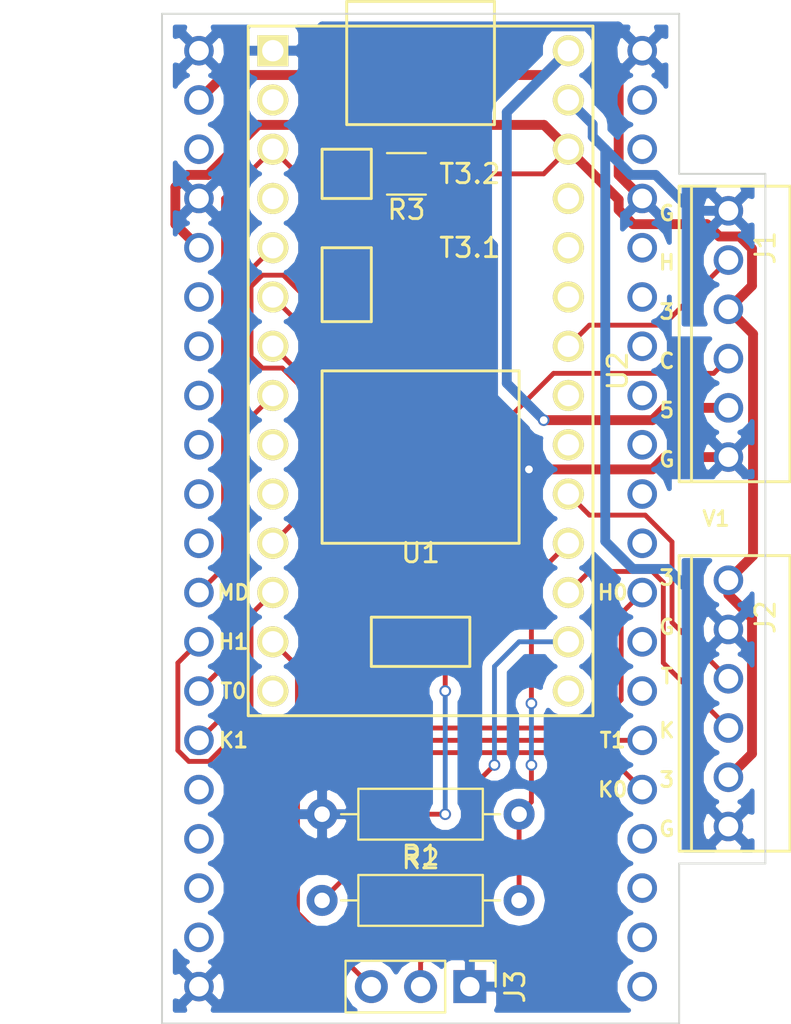
<source format=kicad_pcb>
(kicad_pcb (version 4) (host pcbnew 4.0.7-e2-6376~58~ubuntu14.04.1)

  (general
    (links 34)
    (no_connects 0)
    (area 91.339999 75.924999 132.355001 133.842858)
    (thickness 1.6)
    (drawings 29)
    (tracks 159)
    (zones 0)
    (modules 8)
    (nets 56)
  )

  (page A4)
  (layers
    (0 F.Cu signal)
    (31 B.Cu signal)
    (32 B.Adhes user hide)
    (33 F.Adhes user hide)
    (34 B.Paste user hide)
    (35 F.Paste user hide)
    (36 B.SilkS user)
    (37 F.SilkS user)
    (38 B.Mask user)
    (39 F.Mask user)
    (40 Dwgs.User user)
    (41 Cmts.User user)
    (42 Eco1.User user)
    (43 Eco2.User user)
    (44 Edge.Cuts user)
    (45 Margin user)
    (46 B.CrtYd user)
    (47 F.CrtYd user)
    (48 B.Fab user)
    (49 F.Fab user)
  )

  (setup
    (last_trace_width 0.25)
    (user_trace_width 0.508)
    (trace_clearance 0.2)
    (zone_clearance 0.508)
    (zone_45_only no)
    (trace_min 0.2)
    (segment_width 0.2)
    (edge_width 0.1)
    (via_size 0.6)
    (via_drill 0.4)
    (via_min_size 0.4)
    (via_min_drill 0.3)
    (uvia_size 0.3)
    (uvia_drill 0.1)
    (uvias_allowed no)
    (uvia_min_size 0)
    (uvia_min_drill 0)
    (pcb_text_width 0.1524)
    (pcb_text_size 0.762 0.762)
    (mod_edge_width 0.15)
    (mod_text_size 1 1)
    (mod_text_width 0.15)
    (pad_size 1.5 1.5)
    (pad_drill 0.6)
    (pad_to_mask_clearance 0)
    (aux_axis_origin 0 0)
    (visible_elements FFFFFF7F)
    (pcbplotparams
      (layerselection 0x00030_80000001)
      (usegerberextensions false)
      (excludeedgelayer true)
      (linewidth 0.100000)
      (plotframeref false)
      (viasonmask false)
      (mode 1)
      (useauxorigin false)
      (hpglpennumber 1)
      (hpglpenspeed 20)
      (hpglpendiameter 15)
      (hpglpenoverlay 2)
      (psnegative false)
      (psa4output false)
      (plotreference true)
      (plotvalue true)
      (plotinvisibletext false)
      (padsonsilk false)
      (subtractmaskfromsilk false)
      (outputformat 1)
      (mirror false)
      (drillshape 1)
      (scaleselection 1)
      (outputdirectory ""))
  )

  (net 0 "")
  (net 1 +3V3)
  (net 2 /HIPPOT)
  (net 3 GNDA)
  (net 4 /THIGHPOT)
  (net 5 /KNEEPOT)
  (net 6 +5V)
  (net 7 /CALFPOT5V)
  (net 8 GND)
  (net 9 /CALFPOT3V3)
  (net 10 "Net-(U1-Pad2)")
  (net 11 "Net-(U1-Pad3)")
  (net 12 "Net-(U1-Pad5)")
  (net 13 "Net-(U1-Pad6)")
  (net 14 "Net-(U1-Pad7)")
  (net 15 "Net-(U1-Pad8)")
  (net 16 "Net-(U1-Pad9)")
  (net 17 "Net-(U1-Pad10)")
  (net 18 "Net-(U1-Pad11)")
  (net 19 /HIP0)
  (net 20 "Net-(U1-Pad13)")
  (net 21 /FB2)
  (net 22 /THIGH1)
  (net 23 /KNEE0)
  (net 24 /FB4)
  (net 25 "Net-(U1-Pad18)")
  (net 26 "Net-(U1-Pad19)")
  (net 27 /FB6)
  (net 28 "Net-(U1-Pad22)")
  (net 29 "Net-(U1-Pad23)")
  (net 30 "Net-(U1-Pad24)")
  (net 31 "Net-(U1-Pad25)")
  (net 32 /KNEE1)
  (net 33 /THIGH0)
  (net 34 /HIP1)
  (net 35 /MDISABLE)
  (net 36 "Net-(U1-Pad30)")
  (net 37 "Net-(U1-Pad31)")
  (net 38 "Net-(U1-Pad32)")
  (net 39 "Net-(U1-Pad33)")
  (net 40 "Net-(U1-Pad34)")
  (net 41 "Net-(U1-Pad35)")
  (net 42 "Net-(U1-Pad38)")
  (net 43 "Net-(U2-Pad20)")
  (net 44 "Net-(U2-Pad14)")
  (net 45 "Net-(U2-Pad25)")
  (net 46 "Net-(U2-Pad26)")
  (net 47 "Net-(U2-Pad28)")
  (net 48 "Net-(U2-Pad29)")
  (net 49 "Net-(U2-Pad30)")
  (net 50 /M1EN)
  (net 51 "Net-(U2-Pad9)")
  (net 52 /M2EN)
  (net 53 "Net-(U2-Pad2)")
  (net 54 /SPI_CLK)
  (net 55 /SPI_DO)

  (net_class Default "This is the default net class."
    (clearance 0.2)
    (trace_width 0.25)
    (via_dia 0.6)
    (via_drill 0.4)
    (uvia_dia 0.3)
    (uvia_drill 0.1)
    (add_net +3V3)
    (add_net +5V)
    (add_net /CALFPOT3V3)
    (add_net /CALFPOT5V)
    (add_net /FB2)
    (add_net /FB4)
    (add_net /FB6)
    (add_net /HIP0)
    (add_net /HIP1)
    (add_net /HIPPOT)
    (add_net /KNEE0)
    (add_net /KNEE1)
    (add_net /KNEEPOT)
    (add_net /M1EN)
    (add_net /M2EN)
    (add_net /MDISABLE)
    (add_net /SPI_CLK)
    (add_net /SPI_DO)
    (add_net /THIGH0)
    (add_net /THIGH1)
    (add_net /THIGHPOT)
    (add_net GND)
    (add_net GNDA)
    (add_net "Net-(U1-Pad10)")
    (add_net "Net-(U1-Pad11)")
    (add_net "Net-(U1-Pad13)")
    (add_net "Net-(U1-Pad18)")
    (add_net "Net-(U1-Pad19)")
    (add_net "Net-(U1-Pad2)")
    (add_net "Net-(U1-Pad22)")
    (add_net "Net-(U1-Pad23)")
    (add_net "Net-(U1-Pad24)")
    (add_net "Net-(U1-Pad25)")
    (add_net "Net-(U1-Pad3)")
    (add_net "Net-(U1-Pad30)")
    (add_net "Net-(U1-Pad31)")
    (add_net "Net-(U1-Pad32)")
    (add_net "Net-(U1-Pad33)")
    (add_net "Net-(U1-Pad34)")
    (add_net "Net-(U1-Pad35)")
    (add_net "Net-(U1-Pad38)")
    (add_net "Net-(U1-Pad5)")
    (add_net "Net-(U1-Pad6)")
    (add_net "Net-(U1-Pad7)")
    (add_net "Net-(U1-Pad8)")
    (add_net "Net-(U1-Pad9)")
    (add_net "Net-(U2-Pad14)")
    (add_net "Net-(U2-Pad2)")
    (add_net "Net-(U2-Pad20)")
    (add_net "Net-(U2-Pad25)")
    (add_net "Net-(U2-Pad26)")
    (add_net "Net-(U2-Pad28)")
    (add_net "Net-(U2-Pad29)")
    (add_net "Net-(U2-Pad30)")
    (add_net "Net-(U2-Pad9)")
  )

  (module teensy:Teensy30_31_32_LC_NO_INNER_OUTER (layer F.Cu) (tedit 5AFA2C97) (tstamp 5AFA3F98)
    (at 113.03 95.25 270)
    (path /5AFA34BA)
    (fp_text reference U2 (at 0 -10.16 270) (layer F.SilkS)
      (effects (font (size 1 1) (thickness 0.15)))
    )
    (fp_text value Teensy3.2_no_outer_inner (at 0 10.16 270) (layer F.Fab)
      (effects (font (size 1 1) (thickness 0.15)))
    )
    (fp_text user T3.2 (at -10.16 -2.54 360) (layer F.SilkS)
      (effects (font (size 1 1) (thickness 0.15)))
    )
    (fp_text user T3.1 (at -6.35 -2.54 360) (layer F.SilkS)
      (effects (font (size 1 1) (thickness 0.15)))
    )
    (fp_line (start -17.78 3.81) (end -19.05 3.81) (layer F.SilkS) (width 0.15))
    (fp_line (start -19.05 3.81) (end -19.05 -3.81) (layer F.SilkS) (width 0.15))
    (fp_line (start -19.05 -3.81) (end -17.78 -3.81) (layer F.SilkS) (width 0.15))
    (fp_line (start -6.35 5.08) (end -2.54 5.08) (layer F.SilkS) (width 0.15))
    (fp_line (start -2.54 5.08) (end -2.54 2.54) (layer F.SilkS) (width 0.15))
    (fp_line (start -2.54 2.54) (end -6.35 2.54) (layer F.SilkS) (width 0.15))
    (fp_line (start -6.35 2.54) (end -6.35 5.08) (layer F.SilkS) (width 0.15))
    (fp_line (start -12.7 3.81) (end -12.7 -3.81) (layer F.SilkS) (width 0.15))
    (fp_line (start -12.7 -3.81) (end -17.78 -3.81) (layer F.SilkS) (width 0.15))
    (fp_line (start -12.7 3.81) (end -17.78 3.81) (layer F.SilkS) (width 0.15))
    (fp_line (start -11.43 5.08) (end -8.89 5.08) (layer F.SilkS) (width 0.15))
    (fp_line (start -8.89 5.08) (end -8.89 2.54) (layer F.SilkS) (width 0.15))
    (fp_line (start -8.89 2.54) (end -11.43 2.54) (layer F.SilkS) (width 0.15))
    (fp_line (start -11.43 2.54) (end -11.43 5.08) (layer F.SilkS) (width 0.15))
    (fp_line (start 15.24 -2.54) (end 15.24 2.54) (layer F.SilkS) (width 0.15))
    (fp_line (start 15.24 2.54) (end 12.7 2.54) (layer F.SilkS) (width 0.15))
    (fp_line (start 12.7 2.54) (end 12.7 -2.54) (layer F.SilkS) (width 0.15))
    (fp_line (start 12.7 -2.54) (end 15.24 -2.54) (layer F.SilkS) (width 0.15))
    (fp_line (start 8.89 5.08) (end 8.89 -5.08) (layer F.SilkS) (width 0.15))
    (fp_line (start 0 -5.08) (end 0 5.08) (layer F.SilkS) (width 0.15))
    (fp_line (start 8.89 -5.08) (end 0 -5.08) (layer F.SilkS) (width 0.15))
    (fp_line (start 8.89 5.08) (end 0 5.08) (layer F.SilkS) (width 0.15))
    (fp_line (start -17.78 -8.89) (end 17.78 -8.89) (layer F.SilkS) (width 0.15))
    (fp_line (start 17.78 -8.89) (end 17.78 8.89) (layer F.SilkS) (width 0.15))
    (fp_line (start 17.78 8.89) (end -17.78 8.89) (layer F.SilkS) (width 0.15))
    (fp_line (start -17.78 8.89) (end -17.78 -8.89) (layer F.SilkS) (width 0.15))
    (pad 20 thru_hole circle (at 16.51 -7.62 270) (size 1.6 1.6) (drill 1.1) (layers *.Cu *.Mask F.SilkS)
      (net 43 "Net-(U2-Pad20)"))
    (pad 14 thru_hole circle (at 16.51 7.62 270) (size 1.6 1.6) (drill 1.1) (layers *.Cu *.Mask F.SilkS)
      (net 44 "Net-(U2-Pad14)"))
    (pad 21 thru_hole circle (at 13.97 -7.62 270) (size 1.6 1.6) (drill 1.1) (layers *.Cu *.Mask F.SilkS)
      (net 54 /SPI_CLK))
    (pad 22 thru_hole circle (at 11.43 -7.62 270) (size 1.6 1.6) (drill 1.1) (layers *.Cu *.Mask F.SilkS)
      (net 5 /KNEEPOT))
    (pad 23 thru_hole circle (at 8.89 -7.62 270) (size 1.6 1.6) (drill 1.1) (layers *.Cu *.Mask F.SilkS)
      (net 9 /CALFPOT3V3))
    (pad 24 thru_hole circle (at 6.35 -7.62 270) (size 1.6 1.6) (drill 1.1) (layers *.Cu *.Mask F.SilkS)
      (net 4 /THIGHPOT))
    (pad 25 thru_hole circle (at 3.81 -7.62 270) (size 1.6 1.6) (drill 1.1) (layers *.Cu *.Mask F.SilkS)
      (net 45 "Net-(U2-Pad25)"))
    (pad 26 thru_hole circle (at 1.27 -7.62 270) (size 1.6 1.6) (drill 1.1) (layers *.Cu *.Mask F.SilkS)
      (net 46 "Net-(U2-Pad26)"))
    (pad 27 thru_hole circle (at -1.27 -7.62 270) (size 1.6 1.6) (drill 1.1) (layers *.Cu *.Mask F.SilkS)
      (net 2 /HIPPOT))
    (pad 28 thru_hole circle (at -3.81 -7.62 270) (size 1.6 1.6) (drill 1.1) (layers *.Cu *.Mask F.SilkS)
      (net 47 "Net-(U2-Pad28)"))
    (pad 29 thru_hole circle (at -6.35 -7.62 270) (size 1.6 1.6) (drill 1.1) (layers *.Cu *.Mask F.SilkS)
      (net 48 "Net-(U2-Pad29)"))
    (pad 30 thru_hole circle (at -8.89 -7.62 270) (size 1.6 1.6) (drill 1.1) (layers *.Cu *.Mask F.SilkS)
      (net 49 "Net-(U2-Pad30)"))
    (pad 31 thru_hole circle (at -11.43 -7.62 270) (size 1.6 1.6) (drill 1.1) (layers *.Cu *.Mask F.SilkS)
      (net 1 +3V3))
    (pad 32 thru_hole circle (at -13.97 -7.62 270) (size 1.6 1.6) (drill 1.1) (layers *.Cu *.Mask F.SilkS)
      (net 3 GNDA))
    (pad 33 thru_hole circle (at -16.51 -7.62 270) (size 1.6 1.6) (drill 1.1) (layers *.Cu *.Mask F.SilkS)
      (net 6 +5V))
    (pad 13 thru_hole circle (at 13.97 7.62 270) (size 1.6 1.6) (drill 1.1) (layers *.Cu *.Mask F.SilkS)
      (net 55 /SPI_DO))
    (pad 12 thru_hole circle (at 11.43 7.62 270) (size 1.6 1.6) (drill 1.1) (layers *.Cu *.Mask F.SilkS)
      (net 34 /HIP1))
    (pad 11 thru_hole circle (at 8.89 7.62 270) (size 1.6 1.6) (drill 1.1) (layers *.Cu *.Mask F.SilkS)
      (net 19 /HIP0))
    (pad 10 thru_hole circle (at 6.35 7.62 270) (size 1.6 1.6) (drill 1.1) (layers *.Cu *.Mask F.SilkS)
      (net 50 /M1EN))
    (pad 9 thru_hole circle (at 3.81 7.62 270) (size 1.6 1.6) (drill 1.1) (layers *.Cu *.Mask F.SilkS)
      (net 51 "Net-(U2-Pad9)"))
    (pad 8 thru_hole circle (at 1.27 7.62 270) (size 1.6 1.6) (drill 1.1) (layers *.Cu *.Mask F.SilkS)
      (net 32 /KNEE1))
    (pad 7 thru_hole circle (at -1.27 7.62 270) (size 1.6 1.6) (drill 1.1) (layers *.Cu *.Mask F.SilkS)
      (net 23 /KNEE0))
    (pad 6 thru_hole circle (at -3.81 7.62 270) (size 1.6 1.6) (drill 1.1) (layers *.Cu *.Mask F.SilkS)
      (net 22 /THIGH1))
    (pad 5 thru_hole circle (at -6.35 7.62 270) (size 1.6 1.6) (drill 1.1) (layers *.Cu *.Mask F.SilkS)
      (net 33 /THIGH0))
    (pad 4 thru_hole circle (at -8.89 7.62 270) (size 1.6 1.6) (drill 1.1) (layers *.Cu *.Mask F.SilkS)
      (net 52 /M2EN))
    (pad 3 thru_hole circle (at -11.43 7.62 270) (size 1.6 1.6) (drill 1.1) (layers *.Cu *.Mask F.SilkS)
      (net 35 /MDISABLE))
    (pad 2 thru_hole circle (at -13.97 7.62 270) (size 1.6 1.6) (drill 1.1) (layers *.Cu *.Mask F.SilkS)
      (net 53 "Net-(U2-Pad2)"))
    (pad 1 thru_hole rect (at -16.51 7.62 270) (size 1.6 1.6) (drill 1.1) (layers *.Cu *.Mask F.SilkS)
      (net 8 GND))
  )

  (module Resistors_THT:R_Axial_DIN0207_L6.3mm_D2.5mm_P10.16mm_Horizontal (layer F.Cu) (tedit 5874F706) (tstamp 5B04BA8F)
    (at 107.95 122.555)
    (descr "Resistor, Axial_DIN0207 series, Axial, Horizontal, pin pitch=10.16mm, 0.25W = 1/4W, length*diameter=6.3*2.5mm^2, http://cdn-reichelt.de/documents/datenblatt/B400/1_4W%23YAG.pdf")
    (tags "Resistor Axial_DIN0207 series Axial Horizontal pin pitch 10.16mm 0.25W = 1/4W length 6.3mm diameter 2.5mm")
    (path /5AFA461D)
    (fp_text reference R1 (at 5.08 -2.31) (layer F.SilkS)
      (effects (font (size 1 1) (thickness 0.15)))
    )
    (fp_text value 560 (at 5.08 2.31) (layer F.Fab)
      (effects (font (size 1 1) (thickness 0.15)))
    )
    (fp_line (start 1.93 -1.25) (end 1.93 1.25) (layer F.Fab) (width 0.1))
    (fp_line (start 1.93 1.25) (end 8.23 1.25) (layer F.Fab) (width 0.1))
    (fp_line (start 8.23 1.25) (end 8.23 -1.25) (layer F.Fab) (width 0.1))
    (fp_line (start 8.23 -1.25) (end 1.93 -1.25) (layer F.Fab) (width 0.1))
    (fp_line (start 0 0) (end 1.93 0) (layer F.Fab) (width 0.1))
    (fp_line (start 10.16 0) (end 8.23 0) (layer F.Fab) (width 0.1))
    (fp_line (start 1.87 -1.31) (end 1.87 1.31) (layer F.SilkS) (width 0.12))
    (fp_line (start 1.87 1.31) (end 8.29 1.31) (layer F.SilkS) (width 0.12))
    (fp_line (start 8.29 1.31) (end 8.29 -1.31) (layer F.SilkS) (width 0.12))
    (fp_line (start 8.29 -1.31) (end 1.87 -1.31) (layer F.SilkS) (width 0.12))
    (fp_line (start 0.98 0) (end 1.87 0) (layer F.SilkS) (width 0.12))
    (fp_line (start 9.18 0) (end 8.29 0) (layer F.SilkS) (width 0.12))
    (fp_line (start -1.05 -1.6) (end -1.05 1.6) (layer F.CrtYd) (width 0.05))
    (fp_line (start -1.05 1.6) (end 11.25 1.6) (layer F.CrtYd) (width 0.05))
    (fp_line (start 11.25 1.6) (end 11.25 -1.6) (layer F.CrtYd) (width 0.05))
    (fp_line (start 11.25 -1.6) (end -1.05 -1.6) (layer F.CrtYd) (width 0.05))
    (pad 1 thru_hole circle (at 0 0) (size 1.6 1.6) (drill 0.8) (layers *.Cu *.Mask)
      (net 7 /CALFPOT5V))
    (pad 2 thru_hole oval (at 10.16 0) (size 1.6 1.6) (drill 0.8) (layers *.Cu *.Mask)
      (net 9 /CALFPOT3V3))
    (model ${KISYS3DMOD}/Resistors_THT.3dshapes/R_Axial_DIN0207_L6.3mm_D2.5mm_P10.16mm_Horizontal.wrl
      (at (xyz 0 0 0))
      (scale (xyz 0.393701 0.393701 0.393701))
      (rotate (xyz 0 0 0))
    )
  )

  (module Resistors_THT:R_Axial_DIN0207_L6.3mm_D2.5mm_P10.16mm_Horizontal (layer F.Cu) (tedit 5874F706) (tstamp 5B04BA94)
    (at 118.11 118.11 180)
    (descr "Resistor, Axial_DIN0207 series, Axial, Horizontal, pin pitch=10.16mm, 0.25W = 1/4W, length*diameter=6.3*2.5mm^2, http://cdn-reichelt.de/documents/datenblatt/B400/1_4W%23YAG.pdf")
    (tags "Resistor Axial_DIN0207 series Axial Horizontal pin pitch 10.16mm 0.25W = 1/4W length 6.3mm diameter 2.5mm")
    (path /5AFA4669)
    (fp_text reference R2 (at 5.08 -2.31 180) (layer F.SilkS)
      (effects (font (size 1 1) (thickness 0.15)))
    )
    (fp_text value 1K (at 5.08 2.31 180) (layer F.Fab)
      (effects (font (size 1 1) (thickness 0.15)))
    )
    (fp_line (start 1.93 -1.25) (end 1.93 1.25) (layer F.Fab) (width 0.1))
    (fp_line (start 1.93 1.25) (end 8.23 1.25) (layer F.Fab) (width 0.1))
    (fp_line (start 8.23 1.25) (end 8.23 -1.25) (layer F.Fab) (width 0.1))
    (fp_line (start 8.23 -1.25) (end 1.93 -1.25) (layer F.Fab) (width 0.1))
    (fp_line (start 0 0) (end 1.93 0) (layer F.Fab) (width 0.1))
    (fp_line (start 10.16 0) (end 8.23 0) (layer F.Fab) (width 0.1))
    (fp_line (start 1.87 -1.31) (end 1.87 1.31) (layer F.SilkS) (width 0.12))
    (fp_line (start 1.87 1.31) (end 8.29 1.31) (layer F.SilkS) (width 0.12))
    (fp_line (start 8.29 1.31) (end 8.29 -1.31) (layer F.SilkS) (width 0.12))
    (fp_line (start 8.29 -1.31) (end 1.87 -1.31) (layer F.SilkS) (width 0.12))
    (fp_line (start 0.98 0) (end 1.87 0) (layer F.SilkS) (width 0.12))
    (fp_line (start 9.18 0) (end 8.29 0) (layer F.SilkS) (width 0.12))
    (fp_line (start -1.05 -1.6) (end -1.05 1.6) (layer F.CrtYd) (width 0.05))
    (fp_line (start -1.05 1.6) (end 11.25 1.6) (layer F.CrtYd) (width 0.05))
    (fp_line (start 11.25 1.6) (end 11.25 -1.6) (layer F.CrtYd) (width 0.05))
    (fp_line (start 11.25 -1.6) (end -1.05 -1.6) (layer F.CrtYd) (width 0.05))
    (pad 1 thru_hole circle (at 0 0 180) (size 1.6 1.6) (drill 0.8) (layers *.Cu *.Mask)
      (net 9 /CALFPOT3V3))
    (pad 2 thru_hole oval (at 10.16 0 180) (size 1.6 1.6) (drill 0.8) (layers *.Cu *.Mask)
      (net 8 GND))
    (model ${KISYS3DMOD}/Resistors_THT.3dshapes/R_Axial_DIN0207_L6.3mm_D2.5mm_P10.16mm_Horizontal.wrl
      (at (xyz 0 0 0))
      (scale (xyz 0.393701 0.393701 0.393701))
      (rotate (xyz 0 0 0))
    )
  )

  (module leg_thing:MOLEX6PIN (layer F.Cu) (tedit 5B0608AA) (tstamp 5B0613CA)
    (at 128.905 93.345)
    (path /5B04B5B9)
    (fp_text reference J1 (at 1.905 -4.445 90) (layer F.SilkS)
      (effects (font (size 1 1) (thickness 0.15)))
    )
    (fp_text value HIPCALF (at 1.905 2.54 90) (layer F.Fab)
      (effects (font (size 1 1) (thickness 0.15)))
    )
    (fp_line (start -1.905 -7.62) (end -1.905 7.62) (layer F.SilkS) (width 0.15))
    (fp_line (start -2.54 7.62) (end -2.54 -7.62) (layer F.SilkS) (width 0.15))
    (fp_line (start 3.175 7.62) (end -2.54 7.62) (layer F.SilkS) (width 0.15))
    (fp_line (start 3.175 -7.62) (end 3.175 7.62) (layer F.SilkS) (width 0.15))
    (fp_line (start -2.54 -7.62) (end 3.175 -7.62) (layer F.SilkS) (width 0.15))
    (pad 1 thru_hole circle (at 0 -6.35) (size 1.524 1.524) (drill 1.016) (layers *.Cu *.Mask)
      (net 3 GNDA))
    (pad 2 thru_hole circle (at 0 -3.81) (size 1.524 1.524) (drill 1.016) (layers *.Cu *.Mask)
      (net 2 /HIPPOT))
    (pad 3 thru_hole circle (at 0 -1.27) (size 1.524 1.524) (drill 1.016) (layers *.Cu *.Mask)
      (net 1 +3V3))
    (pad 4 thru_hole circle (at 0 1.27) (size 1.524 1.524) (drill 1.016) (layers *.Cu *.Mask)
      (net 7 /CALFPOT5V))
    (pad 5 thru_hole circle (at 0 3.81) (size 1.524 1.524) (drill 1.016) (layers *.Cu *.Mask)
      (net 6 +5V))
    (pad 6 thru_hole circle (at 0 6.35) (size 1.524 1.524) (drill 1.016) (layers *.Cu *.Mask)
      (net 8 GND))
  )

  (module leg_thing:MOLEX6PIN (layer F.Cu) (tedit 5B0608AA) (tstamp 5B0613D9)
    (at 128.905 112.395)
    (path /5B04B624)
    (fp_text reference J2 (at 1.905 -4.445 90) (layer F.SilkS)
      (effects (font (size 1 1) (thickness 0.15)))
    )
    (fp_text value THIGHKNEE (at 1.905 2.54 90) (layer F.Fab)
      (effects (font (size 1 1) (thickness 0.15)))
    )
    (fp_line (start -1.905 -7.62) (end -1.905 7.62) (layer F.SilkS) (width 0.15))
    (fp_line (start -2.54 7.62) (end -2.54 -7.62) (layer F.SilkS) (width 0.15))
    (fp_line (start 3.175 7.62) (end -2.54 7.62) (layer F.SilkS) (width 0.15))
    (fp_line (start 3.175 -7.62) (end 3.175 7.62) (layer F.SilkS) (width 0.15))
    (fp_line (start -2.54 -7.62) (end 3.175 -7.62) (layer F.SilkS) (width 0.15))
    (pad 1 thru_hole circle (at 0 -6.35) (size 1.524 1.524) (drill 1.016) (layers *.Cu *.Mask)
      (net 1 +3V3))
    (pad 2 thru_hole circle (at 0 -3.81) (size 1.524 1.524) (drill 1.016) (layers *.Cu *.Mask)
      (net 3 GNDA))
    (pad 3 thru_hole circle (at 0 -1.27) (size 1.524 1.524) (drill 1.016) (layers *.Cu *.Mask)
      (net 4 /THIGHPOT))
    (pad 4 thru_hole circle (at 0 1.27) (size 1.524 1.524) (drill 1.016) (layers *.Cu *.Mask)
      (net 5 /KNEEPOT))
    (pad 5 thru_hole circle (at 0 3.81) (size 1.524 1.524) (drill 1.016) (layers *.Cu *.Mask)
      (net 1 +3V3))
    (pad 6 thru_hole circle (at 0 6.35) (size 1.524 1.524) (drill 1.016) (layers *.Cu *.Mask)
      (net 3 GNDA))
  )

  (module leg_thing:ESP32THINGPOWERSHIELD (layer F.Cu) (tedit 5B060959) (tstamp 5B061405)
    (at 113.03 104.14)
    (path /5AFA345E)
    (fp_text reference U1 (at 0 0.5) (layer F.SilkS)
      (effects (font (size 1 1) (thickness 0.15)))
    )
    (fp_text value ESP32THINGPOWERSHIELD (at 0 -0.5) (layer F.Fab)
      (effects (font (size 1 1) (thickness 0.15)))
    )
    (pad 1 thru_hole circle (at 11.43 -25.4) (size 1.524 1.524) (drill 1.016) (layers *.Cu *.Mask)
      (net 8 GND))
    (pad 2 thru_hole circle (at 11.43 -22.86) (size 1.524 1.524) (drill 1.016) (layers *.Cu *.Mask)
      (net 10 "Net-(U1-Pad2)"))
    (pad 3 thru_hole circle (at 11.43 -20.32) (size 1.524 1.524) (drill 1.016) (layers *.Cu *.Mask)
      (net 11 "Net-(U1-Pad3)"))
    (pad 4 thru_hole circle (at 11.43 -17.78) (size 1.524 1.524) (drill 1.016) (layers *.Cu *.Mask)
      (net 8 GND))
    (pad 5 thru_hole circle (at 11.43 -15.24) (size 1.524 1.524) (drill 1.016) (layers *.Cu *.Mask)
      (net 12 "Net-(U1-Pad5)"))
    (pad 6 thru_hole circle (at 11.43 -12.7) (size 1.524 1.524) (drill 1.016) (layers *.Cu *.Mask)
      (net 13 "Net-(U1-Pad6)"))
    (pad 7 thru_hole circle (at 11.43 -10.16) (size 1.524 1.524) (drill 1.016) (layers *.Cu *.Mask)
      (net 14 "Net-(U1-Pad7)"))
    (pad 8 thru_hole circle (at 11.43 -7.62) (size 1.524 1.524) (drill 1.016) (layers *.Cu *.Mask)
      (net 15 "Net-(U1-Pad8)"))
    (pad 9 thru_hole circle (at 11.43 -5.08) (size 1.524 1.524) (drill 1.016) (layers *.Cu *.Mask)
      (net 16 "Net-(U1-Pad9)"))
    (pad 10 thru_hole circle (at 11.43 -2.54) (size 1.524 1.524) (drill 1.016) (layers *.Cu *.Mask)
      (net 17 "Net-(U1-Pad10)"))
    (pad 11 thru_hole circle (at 11.43 0) (size 1.524 1.524) (drill 1.016) (layers *.Cu *.Mask)
      (net 18 "Net-(U1-Pad11)"))
    (pad 12 thru_hole circle (at 11.43 2.54) (size 1.524 1.524) (drill 1.016) (layers *.Cu *.Mask)
      (net 19 /HIP0))
    (pad 13 thru_hole circle (at 11.43 5.08) (size 1.524 1.524) (drill 1.016) (layers *.Cu *.Mask)
      (net 20 "Net-(U1-Pad13)"))
    (pad 14 thru_hole circle (at 11.43 7.62) (size 1.524 1.524) (drill 1.016) (layers *.Cu *.Mask)
      (net 21 /FB2))
    (pad 15 thru_hole circle (at 11.43 10.16) (size 1.524 1.524) (drill 1.016) (layers *.Cu *.Mask)
      (net 22 /THIGH1))
    (pad 16 thru_hole circle (at 11.43 12.7) (size 1.524 1.524) (drill 1.016) (layers *.Cu *.Mask)
      (net 23 /KNEE0))
    (pad 17 thru_hole circle (at 11.43 15.24) (size 1.524 1.524) (drill 1.016) (layers *.Cu *.Mask)
      (net 24 /FB4))
    (pad 18 thru_hole circle (at 11.43 17.78) (size 1.524 1.524) (drill 1.016) (layers *.Cu *.Mask)
      (net 25 "Net-(U1-Pad18)"))
    (pad 19 thru_hole circle (at 11.43 20.32) (size 1.524 1.524) (drill 1.016) (layers *.Cu *.Mask)
      (net 26 "Net-(U1-Pad19)"))
    (pad 20 thru_hole circle (at 11.43 22.86) (size 1.524 1.524) (drill 1.016) (layers *.Cu *.Mask)
      (net 27 /FB6))
    (pad 21 thru_hole circle (at -11.43 22.86) (size 1.524 1.524) (drill 1.016) (layers *.Cu *.Mask)
      (net 8 GND))
    (pad 22 thru_hole circle (at -11.43 20.32) (size 1.524 1.524) (drill 1.016) (layers *.Cu *.Mask)
      (net 28 "Net-(U1-Pad22)"))
    (pad 23 thru_hole circle (at -11.43 17.78) (size 1.524 1.524) (drill 1.016) (layers *.Cu *.Mask)
      (net 29 "Net-(U1-Pad23)"))
    (pad 24 thru_hole circle (at -11.43 15.24) (size 1.524 1.524) (drill 1.016) (layers *.Cu *.Mask)
      (net 30 "Net-(U1-Pad24)"))
    (pad 25 thru_hole circle (at -11.43 12.7) (size 1.524 1.524) (drill 1.016) (layers *.Cu *.Mask)
      (net 31 "Net-(U1-Pad25)"))
    (pad 26 thru_hole circle (at -11.43 10.16) (size 1.524 1.524) (drill 1.016) (layers *.Cu *.Mask)
      (net 32 /KNEE1))
    (pad 27 thru_hole circle (at -11.43 7.62) (size 1.524 1.524) (drill 1.016) (layers *.Cu *.Mask)
      (net 33 /THIGH0))
    (pad 28 thru_hole circle (at -11.43 5.08) (size 1.524 1.524) (drill 1.016) (layers *.Cu *.Mask)
      (net 34 /HIP1))
    (pad 29 thru_hole circle (at -11.43 2.54) (size 1.524 1.524) (drill 1.016) (layers *.Cu *.Mask)
      (net 35 /MDISABLE))
    (pad 30 thru_hole circle (at -11.43 0) (size 1.524 1.524) (drill 1.016) (layers *.Cu *.Mask)
      (net 36 "Net-(U1-Pad30)"))
    (pad 31 thru_hole circle (at -11.43 -2.54) (size 1.524 1.524) (drill 1.016) (layers *.Cu *.Mask)
      (net 37 "Net-(U1-Pad31)"))
    (pad 32 thru_hole circle (at -11.43 -5.08) (size 1.524 1.524) (drill 1.016) (layers *.Cu *.Mask)
      (net 38 "Net-(U1-Pad32)"))
    (pad 33 thru_hole circle (at -11.43 -7.62) (size 1.524 1.524) (drill 1.016) (layers *.Cu *.Mask)
      (net 39 "Net-(U1-Pad33)"))
    (pad 34 thru_hole circle (at -11.43 -10.16) (size 1.524 1.524) (drill 1.016) (layers *.Cu *.Mask)
      (net 40 "Net-(U1-Pad34)"))
    (pad 35 thru_hole circle (at -11.43 -12.7) (size 1.524 1.524) (drill 1.016) (layers *.Cu *.Mask)
      (net 41 "Net-(U1-Pad35)"))
    (pad 36 thru_hole circle (at -11.43 -15.24) (size 1.524 1.524) (drill 1.016) (layers *.Cu *.Mask)
      (net 1 +3V3))
    (pad 37 thru_hole circle (at -11.43 -17.78) (size 1.524 1.524) (drill 1.016) (layers *.Cu *.Mask)
      (net 8 GND))
    (pad 38 thru_hole circle (at -11.43 -20.32) (size 1.524 1.524) (drill 1.016) (layers *.Cu *.Mask)
      (net 42 "Net-(U1-Pad38)"))
    (pad 39 thru_hole circle (at -11.43 -22.86) (size 1.524 1.524) (drill 1.016) (layers *.Cu *.Mask)
      (net 6 +5V))
    (pad 40 thru_hole circle (at -11.43 -25.4) (size 1.524 1.524) (drill 1.016) (layers *.Cu *.Mask)
      (net 8 GND))
  )

  (module Pin_Headers:Pin_Header_Straight_1x03_Pitch2.54mm (layer F.Cu) (tedit 5B0AA8AE) (tstamp 5B09DF5E)
    (at 115.57 127 270)
    (descr "Through hole straight pin header, 1x03, 2.54mm pitch, single row")
    (tags "Through hole pin header THT 1x03 2.54mm single row")
    (path /5B09DE9E)
    (fp_text reference J3 (at 0 -2.33 270) (layer F.SilkS)
      (effects (font (size 1 1) (thickness 0.15)))
    )
    (fp_text value SPI (at 0 7.41 270) (layer F.Fab)
      (effects (font (size 1 1) (thickness 0.15)))
    )
    (fp_line (start -0.635 -1.27) (end 1.27 -1.27) (layer F.Fab) (width 0.1))
    (fp_line (start 1.27 -1.27) (end 1.27 6.35) (layer F.Fab) (width 0.1))
    (fp_line (start 1.27 6.35) (end -1.27 6.35) (layer F.Fab) (width 0.1))
    (fp_line (start -1.27 6.35) (end -1.27 -0.635) (layer F.Fab) (width 0.1))
    (fp_line (start -1.27 -0.635) (end -0.635 -1.27) (layer F.Fab) (width 0.1))
    (fp_line (start -1.33 6.41) (end 1.33 6.41) (layer F.SilkS) (width 0.12))
    (fp_line (start -1.33 1.27) (end -1.33 6.41) (layer F.SilkS) (width 0.12))
    (fp_line (start 1.33 1.27) (end 1.33 6.41) (layer F.SilkS) (width 0.12))
    (fp_line (start -1.33 1.27) (end 1.33 1.27) (layer F.SilkS) (width 0.12))
    (fp_line (start -1.33 0) (end -1.33 -1.33) (layer F.SilkS) (width 0.12))
    (fp_line (start -1.33 -1.33) (end 0 -1.33) (layer F.SilkS) (width 0.12))
    (fp_line (start -1.8 -1.8) (end -1.8 6.85) (layer F.CrtYd) (width 0.05))
    (fp_line (start -1.8 6.85) (end 1.8 6.85) (layer F.CrtYd) (width 0.05))
    (fp_line (start 1.8 6.85) (end 1.8 -1.8) (layer F.CrtYd) (width 0.05))
    (fp_line (start 1.8 -1.8) (end -1.8 -1.8) (layer F.CrtYd) (width 0.05))
    (fp_text user %R (at 0 2.54 360) (layer F.Fab)
      (effects (font (size 1 1) (thickness 0.15)))
    )
    (pad 1 thru_hole rect (at 0 0 270) (size 1.7 1.7) (drill 1) (layers *.Cu *.Mask)
      (net 8 GND))
    (pad 2 thru_hole oval (at 0 2.54 270) (size 1.7 1.7) (drill 1) (layers *.Cu *.Mask)
      (net 54 /SPI_CLK))
    (pad 3 thru_hole oval (at 0 5.08 270) (size 1.7 1.7) (drill 1) (layers *.Cu *.Mask)
      (net 55 /SPI_DO))
    (model ${KISYS3DMOD}/Pin_Headers.3dshapes/Pin_Header_Straight_1x03_Pitch2.54mm.wrl
      (at (xyz 0 0 0))
      (scale (xyz 1 1 1))
      (rotate (xyz 0 0 0))
    )
  )

  (module Resistors_SMD:R_1206_HandSoldering (layer F.Cu) (tedit 58E0A804) (tstamp 5B0AA83E)
    (at 112.3 85.09 180)
    (descr "Resistor SMD 1206, hand soldering")
    (tags "resistor 1206")
    (path /5B0AA829)
    (attr smd)
    (fp_text reference R3 (at 0 -1.85 180) (layer F.SilkS)
      (effects (font (size 1 1) (thickness 0.15)))
    )
    (fp_text value 1K (at 0 1.9 180) (layer F.Fab)
      (effects (font (size 1 1) (thickness 0.15)))
    )
    (fp_text user %R (at 0 0 180) (layer F.Fab)
      (effects (font (size 0.7 0.7) (thickness 0.105)))
    )
    (fp_line (start -1.6 0.8) (end -1.6 -0.8) (layer F.Fab) (width 0.1))
    (fp_line (start 1.6 0.8) (end -1.6 0.8) (layer F.Fab) (width 0.1))
    (fp_line (start 1.6 -0.8) (end 1.6 0.8) (layer F.Fab) (width 0.1))
    (fp_line (start -1.6 -0.8) (end 1.6 -0.8) (layer F.Fab) (width 0.1))
    (fp_line (start 1 1.07) (end -1 1.07) (layer F.SilkS) (width 0.12))
    (fp_line (start -1 -1.07) (end 1 -1.07) (layer F.SilkS) (width 0.12))
    (fp_line (start -3.25 -1.11) (end 3.25 -1.11) (layer F.CrtYd) (width 0.05))
    (fp_line (start -3.25 -1.11) (end -3.25 1.1) (layer F.CrtYd) (width 0.05))
    (fp_line (start 3.25 1.1) (end 3.25 -1.11) (layer F.CrtYd) (width 0.05))
    (fp_line (start 3.25 1.1) (end -3.25 1.1) (layer F.CrtYd) (width 0.05))
    (pad 1 smd rect (at -2 0 180) (size 2 1.7) (layers F.Cu F.Paste F.Mask)
      (net 1 +3V3))
    (pad 2 smd rect (at 2 0 180) (size 2 1.7) (layers F.Cu F.Paste F.Mask)
      (net 35 /MDISABLE))
    (model ${KISYS3DMOD}/Resistors_SMD.3dshapes/R_1206.wrl
      (at (xyz 0 0 0))
      (scale (xyz 1 1 1))
      (rotate (xyz 0 0 0))
    )
  )

  (gr_text V1 (at 128.27 102.87) (layer F.SilkS)
    (effects (font (size 0.762 0.762) (thickness 0.1524)))
  )
  (gr_text K1 (at 103.378 114.3) (layer F.SilkS)
    (effects (font (size 0.762 0.762) (thickness 0.1524)))
  )
  (gr_text T0 (at 103.378 111.76) (layer F.SilkS)
    (effects (font (size 0.762 0.762) (thickness 0.1524)))
  )
  (gr_text H1 (at 103.378 109.22) (layer F.SilkS)
    (effects (font (size 0.762 0.762) (thickness 0.1524)))
  )
  (gr_text MD (at 103.378 106.68) (layer F.SilkS)
    (effects (font (size 0.762 0.762) (thickness 0.1524)))
  )
  (gr_text K0 (at 122.936 116.84) (layer F.SilkS)
    (effects (font (size 0.762 0.762) (thickness 0.1524)))
  )
  (gr_text T1 (at 122.936 114.3) (layer F.SilkS)
    (effects (font (size 0.762 0.762) (thickness 0.1524)))
  )
  (gr_text H0 (at 122.936 106.68) (layer F.SilkS)
    (effects (font (size 0.762 0.762) (thickness 0.1524)))
  )
  (gr_text G (at 125.73 118.872) (layer F.SilkS)
    (effects (font (size 0.762 0.762) (thickness 0.1524)))
  )
  (gr_text 3 (at 125.73 116.332) (layer F.SilkS)
    (effects (font (size 0.762 0.762) (thickness 0.1524)))
  )
  (gr_text K (at 125.73 113.792) (layer F.SilkS)
    (effects (font (size 0.762 0.762) (thickness 0.1524)))
  )
  (gr_text T (at 125.73 110.998) (layer F.SilkS)
    (effects (font (size 0.762 0.762) (thickness 0.1524)))
  )
  (gr_text G (at 125.73 108.458) (layer F.SilkS)
    (effects (font (size 0.762 0.762) (thickness 0.1524)))
  )
  (gr_text 3 (at 125.73 105.918) (layer F.SilkS)
    (effects (font (size 0.762 0.762) (thickness 0.1524)))
  )
  (gr_text G (at 125.73 87.122) (layer F.SilkS)
    (effects (font (size 0.762 0.762) (thickness 0.1524)))
  )
  (gr_text H (at 125.73 89.662) (layer F.SilkS)
    (effects (font (size 0.762 0.762) (thickness 0.1524)))
  )
  (gr_text 3 (at 125.73 92.202) (layer F.SilkS)
    (effects (font (size 0.762 0.762) (thickness 0.1524)))
  )
  (gr_text C (at 125.73 94.742) (layer F.SilkS)
    (effects (font (size 0.762 0.762) (thickness 0.1524)))
  )
  (gr_text 5 (at 125.73 97.282) (layer F.SilkS)
    (effects (font (size 0.762 0.762) (thickness 0.1524)))
  )
  (gr_text G (at 125.73 99.822) (layer F.SilkS)
    (effects (font (size 0.762 0.762) (thickness 0.1524)))
  )
  (gr_line (start 99.695 128.905) (end 99.695 76.835) (layer Edge.Cuts) (width 0.1))
  (gr_line (start 126.365 128.905) (end 99.695 128.905) (layer Edge.Cuts) (width 0.1))
  (gr_line (start 126.365 120.65) (end 126.365 128.905) (layer Edge.Cuts) (width 0.1))
  (gr_line (start 130.81 120.65) (end 126.365 120.65) (layer Edge.Cuts) (width 0.1))
  (gr_line (start 130.81 85.09) (end 130.81 120.65) (layer Edge.Cuts) (width 0.1))
  (gr_line (start 126.365 85.09) (end 130.81 85.09) (layer Edge.Cuts) (width 0.1))
  (gr_line (start 126.365 76.835) (end 126.365 85.09) (layer Edge.Cuts) (width 0.1))
  (gr_line (start 99.695 76.835) (end 126.365 76.835) (layer Edge.Cuts) (width 0.1))
  (gr_line (start 98.425 102.87) (end 91.44 102.87) (angle 90) (layer Cmts.User) (width 0.2))

  (segment (start 114.3 85.09) (end 119.38 85.09) (width 0.25) (layer F.Cu) (net 1))
  (segment (start 119.38 85.09) (end 120.65 83.82) (width 0.25) (layer F.Cu) (net 1))
  (segment (start 128.905 106.045) (end 128.905 106.785318) (width 0.508) (layer F.Cu) (net 1))
  (segment (start 128.905 106.785318) (end 130.121001 108.001319) (width 0.508) (layer F.Cu) (net 1))
  (segment (start 130.121001 108.001319) (end 130.121001 114.988999) (width 0.508) (layer F.Cu) (net 1))
  (segment (start 130.121001 114.988999) (end 129.666999 115.443001) (width 0.508) (layer F.Cu) (net 1))
  (segment (start 129.666999 115.443001) (end 128.905 116.205) (width 0.508) (layer F.Cu) (net 1))
  (segment (start 128.905 92.075) (end 130.175 93.345) (width 0.508) (layer F.Cu) (net 1))
  (segment (start 130.175 93.345) (end 130.175 104.775) (width 0.508) (layer F.Cu) (net 1))
  (segment (start 130.175 104.775) (end 129.666999 105.283001) (width 0.508) (layer F.Cu) (net 1))
  (segment (start 129.666999 105.283001) (end 128.905 106.045) (width 0.508) (layer F.Cu) (net 1))
  (segment (start 120.65 83.82) (end 123.243999 86.413999) (width 0.508) (layer F.Cu) (net 1))
  (segment (start 129.488681 88.318999) (end 130.121001 88.951319) (width 0.508) (layer F.Cu) (net 1))
  (segment (start 123.243999 86.413999) (end 123.243999 86.943681) (width 0.508) (layer F.Cu) (net 1))
  (segment (start 123.243999 86.943681) (end 123.984317 87.683999) (width 0.508) (layer F.Cu) (net 1))
  (segment (start 123.984317 87.683999) (end 127.794317 87.683999) (width 0.508) (layer F.Cu) (net 1))
  (segment (start 127.794317 87.683999) (end 128.429317 88.318999) (width 0.508) (layer F.Cu) (net 1))
  (segment (start 128.429317 88.318999) (end 129.488681 88.318999) (width 0.508) (layer F.Cu) (net 1))
  (segment (start 130.121001 88.951319) (end 130.121001 90.858999) (width 0.508) (layer F.Cu) (net 1))
  (segment (start 130.121001 90.858999) (end 129.666999 91.313001) (width 0.508) (layer F.Cu) (net 1))
  (segment (start 129.666999 91.313001) (end 128.905 92.075) (width 0.508) (layer F.Cu) (net 1))
  (segment (start 120.65 83.82) (end 119.395999 82.565999) (width 0.508) (layer F.Cu) (net 1))
  (segment (start 100.838001 88.138001) (end 101.6 88.9) (width 0.508) (layer F.Cu) (net 1))
  (segment (start 119.395999 82.565999) (end 104.653683 82.565999) (width 0.508) (layer F.Cu) (net 1))
  (segment (start 104.653683 82.565999) (end 102.075683 85.143999) (width 0.508) (layer F.Cu) (net 1))
  (segment (start 102.075683 85.143999) (end 101.016319 85.143999) (width 0.508) (layer F.Cu) (net 1))
  (segment (start 101.016319 85.143999) (end 100.383999 85.776319) (width 0.508) (layer F.Cu) (net 1))
  (segment (start 100.383999 85.776319) (end 100.383999 87.683999) (width 0.508) (layer F.Cu) (net 1))
  (segment (start 100.383999 87.683999) (end 100.838001 88.138001) (width 0.508) (layer F.Cu) (net 1))
  (segment (start 128.905 89.535) (end 125.547001 92.892999) (width 0.25) (layer F.Cu) (net 2))
  (segment (start 125.547001 92.892999) (end 121.737001 92.892999) (width 0.25) (layer F.Cu) (net 2))
  (segment (start 121.737001 92.892999) (end 121.449999 93.180001) (width 0.25) (layer F.Cu) (net 2))
  (segment (start 121.449999 93.180001) (end 120.65 93.98) (width 0.25) (layer F.Cu) (net 2))
  (segment (start 122.555 83.82) (end 123.878999 85.143999) (width 0.508) (layer B.Cu) (net 3))
  (segment (start 122.555 104.034682) (end 123.984317 105.463999) (width 0.508) (layer B.Cu) (net 3))
  (segment (start 121.904001 83.169001) (end 122.555 83.82) (width 0.508) (layer B.Cu) (net 3))
  (segment (start 122.555 83.82) (end 122.555 104.034682) (width 0.508) (layer B.Cu) (net 3))
  (segment (start 123.984317 105.463999) (end 125.783999 105.463999) (width 0.508) (layer B.Cu) (net 3))
  (segment (start 125.783999 105.463999) (end 128.143001 107.823001) (width 0.508) (layer B.Cu) (net 3))
  (segment (start 128.143001 107.823001) (end 128.905 108.585) (width 0.508) (layer B.Cu) (net 3))
  (segment (start 125.148999 85.143999) (end 127 86.995) (width 0.508) (layer B.Cu) (net 3))
  (segment (start 127 86.995) (end 128.905 86.995) (width 0.508) (layer B.Cu) (net 3))
  (segment (start 120.65 81.28) (end 121.904001 82.534001) (width 0.508) (layer B.Cu) (net 3))
  (segment (start 121.904001 82.534001) (end 121.904001 83.169001) (width 0.508) (layer B.Cu) (net 3))
  (segment (start 123.878999 85.143999) (end 125.148999 85.143999) (width 0.508) (layer B.Cu) (net 3))
  (segment (start 128.905 111.125) (end 125.997011 108.217011) (width 0.25) (layer F.Cu) (net 4))
  (segment (start 125.997011 108.217011) (end 125.997011 104.068249) (width 0.25) (layer F.Cu) (net 4))
  (segment (start 125.997011 104.068249) (end 124.615763 102.687001) (width 0.25) (layer F.Cu) (net 4))
  (segment (start 121.737001 102.687001) (end 121.449999 102.399999) (width 0.25) (layer F.Cu) (net 4))
  (segment (start 124.615763 102.687001) (end 121.737001 102.687001) (width 0.25) (layer F.Cu) (net 4))
  (segment (start 121.449999 102.399999) (end 120.65 101.6) (width 0.25) (layer F.Cu) (net 4))
  (segment (start 128.905 113.665) (end 125.547001 110.307001) (width 0.25) (layer F.Cu) (net 5))
  (segment (start 125.547001 110.307001) (end 125.547001 106.158239) (width 0.25) (layer F.Cu) (net 5))
  (segment (start 125.547001 106.158239) (end 124.981761 105.592999) (width 0.25) (layer F.Cu) (net 5))
  (segment (start 124.981761 105.592999) (end 121.737001 105.592999) (width 0.25) (layer F.Cu) (net 5))
  (segment (start 121.737001 105.592999) (end 121.449999 105.880001) (width 0.25) (layer F.Cu) (net 5))
  (segment (start 121.449999 105.880001) (end 120.65 106.68) (width 0.25) (layer F.Cu) (net 5))
  (segment (start 117.475 95.885) (end 117.475 81.915) (width 0.508) (layer B.Cu) (net 6))
  (segment (start 117.475 81.915) (end 120.65 78.74) (width 0.508) (layer B.Cu) (net 6))
  (segment (start 119.38 97.79) (end 117.475 95.885) (width 0.508) (layer B.Cu) (net 6))
  (segment (start 128.905 97.155) (end 125.624682 97.155) (width 0.508) (layer F.Cu) (net 6))
  (segment (start 125.624682 97.155) (end 124.989682 97.79) (width 0.508) (layer F.Cu) (net 6))
  (segment (start 124.989682 97.79) (end 119.38 97.79) (width 0.508) (layer F.Cu) (net 6))
  (via (at 119.38 97.79) (size 0.6) (drill 0.4) (layers F.Cu B.Cu) (net 6))
  (segment (start 101.6 81.28) (end 102.885999 79.994001) (width 0.508) (layer F.Cu) (net 6))
  (segment (start 102.885999 79.994001) (end 119.395999 79.994001) (width 0.508) (layer F.Cu) (net 6))
  (segment (start 119.395999 79.994001) (end 119.850001 79.539999) (width 0.508) (layer F.Cu) (net 6))
  (segment (start 119.850001 79.539999) (end 120.65 78.74) (width 0.508) (layer F.Cu) (net 6))
  (segment (start 114.3 118.11) (end 112.395 118.11) (width 0.25) (layer F.Cu) (net 7))
  (segment (start 112.395 118.11) (end 107.95 122.555) (width 0.25) (layer F.Cu) (net 7))
  (segment (start 114.3 111.76) (end 114.3 100.965) (width 0.25) (layer F.Cu) (net 7))
  (via (at 114.3 118.11) (size 0.6) (drill 0.4) (layers F.Cu B.Cu) (net 7))
  (via (at 114.3 111.76) (size 0.6) (drill 0.4) (layers F.Cu B.Cu) (net 7))
  (segment (start 114.3 118.11) (end 114.3 111.76) (width 0.25) (layer B.Cu) (net 7))
  (segment (start 128.143001 95.376999) (end 128.905 94.615) (width 0.25) (layer F.Cu) (net 7))
  (segment (start 119.888001 95.376999) (end 128.143001 95.376999) (width 0.25) (layer F.Cu) (net 7))
  (segment (start 114.3 100.965) (end 119.888001 95.376999) (width 0.25) (layer F.Cu) (net 7))
  (segment (start 124.46 78.74) (end 123.243999 79.956001) (width 0.508) (layer F.Cu) (net 8))
  (segment (start 123.243999 79.956001) (end 123.243999 85.143999) (width 0.508) (layer F.Cu) (net 8))
  (segment (start 123.243999 85.143999) (end 123.698001 85.598001) (width 0.508) (layer F.Cu) (net 8))
  (segment (start 123.698001 85.598001) (end 124.46 86.36) (width 0.508) (layer F.Cu) (net 8))
  (segment (start 118.618 100.33) (end 116.76699 98.47899) (width 0.508) (layer B.Cu) (net 8))
  (segment (start 116.76699 98.47899) (end 116.76699 88.78899) (width 0.508) (layer B.Cu) (net 8))
  (segment (start 116.76699 88.78899) (end 106.718 78.74) (width 0.508) (layer B.Cu) (net 8))
  (segment (start 106.718 78.74) (end 105.41 78.74) (width 0.508) (layer B.Cu) (net 8))
  (segment (start 128.905 99.695) (end 125.624682 99.695) (width 0.508) (layer F.Cu) (net 8))
  (segment (start 125.624682 99.695) (end 124.989682 100.33) (width 0.508) (layer F.Cu) (net 8))
  (segment (start 124.989682 100.33) (end 118.618 100.33) (width 0.508) (layer F.Cu) (net 8))
  (via (at 118.618 100.33) (size 0.6) (drill 0.4) (layers F.Cu B.Cu) (net 8))
  (segment (start 106.718 78.74) (end 107.972001 77.485999) (width 0.508) (layer B.Cu) (net 8))
  (segment (start 107.972001 77.485999) (end 123.205999 77.485999) (width 0.508) (layer B.Cu) (net 8))
  (segment (start 123.205999 77.485999) (end 123.698001 77.978001) (width 0.508) (layer B.Cu) (net 8))
  (segment (start 123.698001 77.978001) (end 124.46 78.74) (width 0.508) (layer B.Cu) (net 8))
  (segment (start 118.11 118.11) (end 118.11 122.555) (width 0.25) (layer F.Cu) (net 9))
  (segment (start 118.745 115.57) (end 118.745 117.475) (width 0.25) (layer F.Cu) (net 9))
  (segment (start 118.745 117.475) (end 118.11 118.11) (width 0.25) (layer F.Cu) (net 9))
  (segment (start 118.745 112.395) (end 118.745 106.045) (width 0.25) (layer F.Cu) (net 9))
  (segment (start 118.745 106.045) (end 120.65 104.14) (width 0.25) (layer F.Cu) (net 9))
  (segment (start 118.745 115.57) (end 118.745 112.395) (width 0.25) (layer B.Cu) (net 9))
  (via (at 118.745 112.395) (size 0.6) (drill 0.4) (layers F.Cu B.Cu) (net 9))
  (via (at 118.745 115.57) (size 0.6) (drill 0.4) (layers F.Cu B.Cu) (net 9))
  (segment (start 112.395 113.665) (end 121.92 113.665) (width 0.25) (layer F.Cu) (net 19))
  (segment (start 123.372999 107.767001) (end 123.698001 107.441999) (width 0.25) (layer F.Cu) (net 19))
  (segment (start 121.92 113.665) (end 123.372999 112.212001) (width 0.25) (layer F.Cu) (net 19))
  (segment (start 123.372999 112.212001) (end 123.372999 107.767001) (width 0.25) (layer F.Cu) (net 19))
  (segment (start 123.698001 107.441999) (end 124.46 106.68) (width 0.25) (layer F.Cu) (net 19))
  (segment (start 109.855 111.125) (end 112.395 113.665) (width 0.25) (layer F.Cu) (net 19))
  (segment (start 109.855 94.219998) (end 109.855 111.125) (width 0.25) (layer F.Cu) (net 19))
  (segment (start 105.41 104.14) (end 108.13499 101.41501) (width 0.25) (layer F.Cu) (net 19))
  (segment (start 108.13499 101.41501) (end 108.13499 97.3414) (width 0.25) (layer F.Cu) (net 19))
  (segment (start 108.13499 97.3414) (end 105.898591 95.105001) (width 0.25) (layer F.Cu) (net 19))
  (segment (start 105.898591 95.105001) (end 104.869999 95.105001) (width 0.25) (layer F.Cu) (net 19))
  (segment (start 104.869999 95.105001) (end 104.284999 94.520001) (width 0.25) (layer F.Cu) (net 19))
  (segment (start 104.284999 94.520001) (end 104.284999 90.899999) (width 0.25) (layer F.Cu) (net 19))
  (segment (start 104.284999 90.899999) (end 104.869999 90.314999) (width 0.25) (layer F.Cu) (net 19))
  (segment (start 105.950001 90.314999) (end 109.855 94.219998) (width 0.25) (layer F.Cu) (net 19))
  (segment (start 104.869999 90.314999) (end 105.950001 90.314999) (width 0.25) (layer F.Cu) (net 19))
  (segment (start 109.22 111.76) (end 111.76 114.3) (width 0.25) (layer F.Cu) (net 22))
  (segment (start 111.76 114.3) (end 124.46 114.3) (width 0.25) (layer F.Cu) (net 22))
  (segment (start 105.41 91.44) (end 109.22 95.25) (width 0.25) (layer F.Cu) (net 22))
  (segment (start 109.22 95.25) (end 109.22 111.76) (width 0.25) (layer F.Cu) (net 22))
  (segment (start 111.125 114.935) (end 122.555 114.935) (width 0.25) (layer F.Cu) (net 23))
  (segment (start 122.555 114.935) (end 124.46 116.84) (width 0.25) (layer F.Cu) (net 23))
  (segment (start 108.585 112.395) (end 111.125 114.935) (width 0.25) (layer F.Cu) (net 23))
  (segment (start 105.41 93.98) (end 108.585 97.155) (width 0.25) (layer F.Cu) (net 23))
  (segment (start 108.585 97.155) (end 108.585 112.395) (width 0.25) (layer F.Cu) (net 23))
  (segment (start 105.41 96.52) (end 103.77002 98.15998) (width 0.25) (layer F.Cu) (net 32))
  (segment (start 103.77002 112.12998) (end 102.361999 113.538001) (width 0.25) (layer F.Cu) (net 32))
  (segment (start 103.77002 98.15998) (end 103.77002 112.12998) (width 0.25) (layer F.Cu) (net 32))
  (segment (start 102.361999 113.538001) (end 101.6 114.3) (width 0.25) (layer F.Cu) (net 32))
  (segment (start 105.41 88.9) (end 103.32001 90.98999) (width 0.25) (layer F.Cu) (net 33))
  (segment (start 103.32001 90.98999) (end 103.32001 110.03999) (width 0.25) (layer F.Cu) (net 33))
  (segment (start 102.361999 110.998001) (end 101.6 111.76) (width 0.25) (layer F.Cu) (net 33))
  (segment (start 103.32001 110.03999) (end 102.361999 110.998001) (width 0.25) (layer F.Cu) (net 33))
  (segment (start 104.284999 107.805001) (end 104.284999 113.223763) (width 0.25) (layer F.Cu) (net 34))
  (segment (start 100.838001 109.981999) (end 101.6 109.22) (width 0.25) (layer F.Cu) (net 34))
  (segment (start 104.284999 113.223763) (end 102.121761 115.387001) (width 0.25) (layer F.Cu) (net 34))
  (segment (start 102.121761 115.387001) (end 101.078239 115.387001) (width 0.25) (layer F.Cu) (net 34))
  (segment (start 101.078239 115.387001) (end 100.512999 114.821761) (width 0.25) (layer F.Cu) (net 34))
  (segment (start 100.512999 114.821761) (end 100.512999 110.307001) (width 0.25) (layer F.Cu) (net 34))
  (segment (start 100.512999 110.307001) (end 100.838001 109.981999) (width 0.25) (layer F.Cu) (net 34))
  (segment (start 105.41 106.68) (end 104.284999 107.805001) (width 0.25) (layer F.Cu) (net 34))
  (segment (start 110.3 85.09) (end 106.68 85.09) (width 0.25) (layer F.Cu) (net 35))
  (segment (start 106.68 85.09) (end 105.41 83.82) (width 0.25) (layer F.Cu) (net 35))
  (segment (start 102.87 86.36) (end 102.87 105.41) (width 0.25) (layer F.Cu) (net 35))
  (segment (start 102.87 105.41) (end 101.6 106.68) (width 0.25) (layer F.Cu) (net 35))
  (segment (start 105.41 83.82) (end 102.87 86.36) (width 0.25) (layer F.Cu) (net 35))
  (segment (start 116.84 115.57) (end 115.57 116.84) (width 0.25) (layer F.Cu) (net 54))
  (segment (start 115.57 116.84) (end 115.57 123.19) (width 0.25) (layer F.Cu) (net 54))
  (segment (start 115.57 123.19) (end 113.03 125.73) (width 0.25) (layer F.Cu) (net 54))
  (segment (start 113.03 125.73) (end 113.03 127) (width 0.25) (layer F.Cu) (net 54))
  (segment (start 118.11 109.22) (end 116.84 110.49) (width 0.25) (layer B.Cu) (net 54))
  (segment (start 116.84 110.49) (end 116.84 115.57) (width 0.25) (layer B.Cu) (net 54))
  (via (at 116.84 115.57) (size 0.6) (drill 0.4) (layers F.Cu B.Cu) (net 54))
  (segment (start 120.65 109.22) (end 118.11 109.22) (width 0.25) (layer B.Cu) (net 54))
  (segment (start 105.41 109.22) (end 106.68 110.49) (width 0.25) (layer F.Cu) (net 55))
  (segment (start 106.68 110.49) (end 106.68 123.19) (width 0.25) (layer F.Cu) (net 55))
  (segment (start 106.68 123.19) (end 109.640001 126.150001) (width 0.25) (layer F.Cu) (net 55))
  (segment (start 109.640001 126.150001) (end 110.49 127) (width 0.25) (layer F.Cu) (net 55))

  (zone (net 8) (net_name GND) (layer B.Cu) (tstamp 0) (hatch edge 0.508)
    (connect_pads (clearance 0.508))
    (min_thickness 0.254)
    (fill yes (arc_segments 16) (thermal_gap 0.508) (thermal_bridge_width 0.508))
    (polygon
      (pts
        (xy 125.984 93.472) (xy 130.302 93.472) (xy 130.302 100.838) (xy 125.984 100.838) (xy 125.984 128.524)
        (xy 100.076 128.524) (xy 100.076 77.216) (xy 125.984 77.216)
      )
    )
    (filled_polygon
      (pts
        (xy 100.799392 77.759787) (xy 101.6 78.560395) (xy 102.400608 77.759787) (xy 102.331831 77.52) (xy 104.131975 77.52)
        (xy 104.071673 77.580302) (xy 103.975 77.813691) (xy 103.975 78.45425) (xy 104.13375 78.613) (xy 105.283 78.613)
        (xy 105.283 78.593) (xy 105.537 78.593) (xy 105.537 78.613) (xy 106.68625 78.613) (xy 106.845 78.45425)
        (xy 106.845 77.813691) (xy 106.748327 77.580302) (xy 106.688025 77.52) (xy 119.844872 77.52) (xy 119.8382 77.522757)
        (xy 119.434176 77.926077) (xy 119.21525 78.453309) (xy 119.214845 78.917919) (xy 116.846382 81.286382) (xy 116.653671 81.574794)
        (xy 116.586 81.915) (xy 116.586 95.885) (xy 116.653671 96.225206) (xy 116.745495 96.36263) (xy 116.846382 96.513618)
        (xy 118.541238 98.208474) (xy 118.586883 98.318943) (xy 118.849673 98.582192) (xy 119.193201 98.724838) (xy 119.235362 98.724875)
        (xy 119.21525 98.773309) (xy 119.214752 99.344187) (xy 119.432757 99.8718) (xy 119.836077 100.275824) (xy 119.966215 100.329862)
        (xy 119.8382 100.382757) (xy 119.434176 100.786077) (xy 119.21525 101.313309) (xy 119.214752 101.884187) (xy 119.432757 102.4118)
        (xy 119.836077 102.815824) (xy 119.966215 102.869862) (xy 119.8382 102.922757) (xy 119.434176 103.326077) (xy 119.21525 103.853309)
        (xy 119.214752 104.424187) (xy 119.432757 104.9518) (xy 119.836077 105.355824) (xy 119.966215 105.409862) (xy 119.8382 105.462757)
        (xy 119.434176 105.866077) (xy 119.21525 106.393309) (xy 119.214752 106.964187) (xy 119.432757 107.4918) (xy 119.836077 107.895824)
        (xy 119.966215 107.949862) (xy 119.8382 108.002757) (xy 119.434176 108.406077) (xy 119.411785 108.46) (xy 118.11 108.46)
        (xy 117.81916 108.517852) (xy 117.572599 108.682599) (xy 116.302599 109.952599) (xy 116.137852 110.199161) (xy 116.08 110.49)
        (xy 116.08 115.007537) (xy 116.047808 115.039673) (xy 115.905162 115.383201) (xy 115.904838 115.755167) (xy 116.046883 116.098943)
        (xy 116.309673 116.362192) (xy 116.653201 116.504838) (xy 117.025167 116.505162) (xy 117.368943 116.363117) (xy 117.632192 116.100327)
        (xy 117.774838 115.756799) (xy 117.775162 115.384833) (xy 117.633117 115.041057) (xy 117.6 115.007882) (xy 117.6 110.804802)
        (xy 118.424802 109.98) (xy 119.411354 109.98) (xy 119.432757 110.0318) (xy 119.836077 110.435824) (xy 119.966215 110.489862)
        (xy 119.8382 110.542757) (xy 119.434176 110.946077) (xy 119.21525 111.473309) (xy 119.215159 111.577824) (xy 118.931799 111.460162)
        (xy 118.559833 111.459838) (xy 118.216057 111.601883) (xy 117.952808 111.864673) (xy 117.810162 112.208201) (xy 117.809838 112.580167)
        (xy 117.951883 112.923943) (xy 117.985 112.957118) (xy 117.985 115.007537) (xy 117.952808 115.039673) (xy 117.810162 115.383201)
        (xy 117.809838 115.755167) (xy 117.951883 116.098943) (xy 118.214673 116.362192) (xy 118.558201 116.504838) (xy 118.930167 116.505162)
        (xy 119.273943 116.363117) (xy 119.537192 116.100327) (xy 119.679838 115.756799) (xy 119.680162 115.384833) (xy 119.538117 115.041057)
        (xy 119.505 115.007882) (xy 119.505 112.957463) (xy 119.537192 112.925327) (xy 119.610186 112.749539) (xy 119.836077 112.975824)
        (xy 120.363309 113.19475) (xy 120.934187 113.195248) (xy 121.4618 112.977243) (xy 121.865824 112.573923) (xy 122.08475 112.046691)
        (xy 122.085248 111.475813) (xy 121.867243 110.9482) (xy 121.463923 110.544176) (xy 121.333785 110.490138) (xy 121.4618 110.437243)
        (xy 121.865824 110.033923) (xy 122.08475 109.506691) (xy 122.085248 108.935813) (xy 121.867243 108.4082) (xy 121.463923 108.004176)
        (xy 121.333785 107.950138) (xy 121.4618 107.897243) (xy 121.865824 107.493923) (xy 122.08475 106.966691) (xy 122.085248 106.395813)
        (xy 121.867243 105.8682) (xy 121.463923 105.464176) (xy 121.333785 105.410138) (xy 121.4618 105.357243) (xy 121.865824 104.953923)
        (xy 121.968862 104.70578) (xy 123.239502 105.97642) (xy 123.063243 106.4009) (xy 123.062758 106.956661) (xy 123.27499 107.470303)
        (xy 123.66763 107.863629) (xy 123.875512 107.949949) (xy 123.669697 108.03499) (xy 123.276371 108.42763) (xy 123.063243 108.9409)
        (xy 123.062758 109.496661) (xy 123.27499 110.010303) (xy 123.66763 110.403629) (xy 123.875512 110.489949) (xy 123.669697 110.57499)
        (xy 123.276371 110.96763) (xy 123.063243 111.4809) (xy 123.062758 112.036661) (xy 123.27499 112.550303) (xy 123.66763 112.943629)
        (xy 123.875512 113.029949) (xy 123.669697 113.11499) (xy 123.276371 113.50763) (xy 123.063243 114.0209) (xy 123.062758 114.576661)
        (xy 123.27499 115.090303) (xy 123.66763 115.483629) (xy 123.875512 115.569949) (xy 123.669697 115.65499) (xy 123.276371 116.04763)
        (xy 123.063243 116.5609) (xy 123.062758 117.116661) (xy 123.27499 117.630303) (xy 123.66763 118.023629) (xy 123.875512 118.109949)
        (xy 123.669697 118.19499) (xy 123.276371 118.58763) (xy 123.063243 119.1009) (xy 123.062758 119.656661) (xy 123.27499 120.170303)
        (xy 123.66763 120.563629) (xy 123.875512 120.649949) (xy 123.669697 120.73499) (xy 123.276371 121.12763) (xy 123.063243 121.6409)
        (xy 123.062758 122.196661) (xy 123.27499 122.710303) (xy 123.66763 123.103629) (xy 123.875512 123.189949) (xy 123.669697 123.27499)
        (xy 123.276371 123.66763) (xy 123.063243 124.1809) (xy 123.062758 124.736661) (xy 123.27499 125.250303) (xy 123.66763 125.643629)
        (xy 123.875512 125.729949) (xy 123.669697 125.81499) (xy 123.276371 126.20763) (xy 123.063243 126.7209) (xy 123.062758 127.276661)
        (xy 123.27499 127.790303) (xy 123.66763 128.183629) (xy 123.755221 128.22) (xy 116.948025 128.22) (xy 116.958327 128.209698)
        (xy 117.055 127.976309) (xy 117.055 127.28575) (xy 116.89625 127.127) (xy 115.697 127.127) (xy 115.697 127.147)
        (xy 115.443 127.147) (xy 115.443 127.127) (xy 115.423 127.127) (xy 115.423 126.873) (xy 115.443 126.873)
        (xy 115.443 125.67375) (xy 115.697 125.67375) (xy 115.697 126.873) (xy 116.89625 126.873) (xy 117.055 126.71425)
        (xy 117.055 126.023691) (xy 116.958327 125.790302) (xy 116.779699 125.611673) (xy 116.54631 125.515) (xy 115.85575 125.515)
        (xy 115.697 125.67375) (xy 115.443 125.67375) (xy 115.28425 125.515) (xy 114.59369 125.515) (xy 114.360301 125.611673)
        (xy 114.181673 125.790302) (xy 114.109403 125.964777) (xy 114.080054 125.920853) (xy 113.598285 125.598946) (xy 113.03 125.485907)
        (xy 112.461715 125.598946) (xy 111.979946 125.920853) (xy 111.76 126.250026) (xy 111.540054 125.920853) (xy 111.058285 125.598946)
        (xy 110.49 125.485907) (xy 109.921715 125.598946) (xy 109.439946 125.920853) (xy 109.118039 126.402622) (xy 109.005 126.970907)
        (xy 109.005 127.029093) (xy 109.118039 127.597378) (xy 109.439946 128.079147) (xy 109.650748 128.22) (xy 102.331831 128.22)
        (xy 102.400608 127.980213) (xy 101.6 127.179605) (xy 100.799392 127.980213) (xy 100.868169 128.22) (xy 100.38 128.22)
        (xy 100.38 127.731831) (xy 100.619787 127.800608) (xy 101.420395 127) (xy 101.779605 127) (xy 102.580213 127.800608)
        (xy 102.822397 127.731143) (xy 103.009144 127.207698) (xy 102.981362 126.652632) (xy 102.822397 126.268857) (xy 102.580213 126.199392)
        (xy 101.779605 127) (xy 101.420395 127) (xy 100.619787 126.199392) (xy 100.38 126.268169) (xy 100.38 125.165621)
        (xy 100.41499 125.250303) (xy 100.80763 125.643629) (xy 100.999727 125.723395) (xy 100.868857 125.777603) (xy 100.799392 126.019787)
        (xy 101.6 126.820395) (xy 102.400608 126.019787) (xy 102.331143 125.777603) (xy 102.190682 125.727491) (xy 102.390303 125.64501)
        (xy 102.783629 125.25237) (xy 102.996757 124.7391) (xy 102.997242 124.183339) (xy 102.78501 123.669697) (xy 102.39237 123.276371)
        (xy 102.184488 123.190051) (xy 102.390303 123.10501) (xy 102.65659 122.839187) (xy 106.514752 122.839187) (xy 106.732757 123.3668)
        (xy 107.136077 123.770824) (xy 107.663309 123.98975) (xy 108.234187 123.990248) (xy 108.7618 123.772243) (xy 109.165824 123.368923)
        (xy 109.38475 122.841691) (xy 109.385 122.555) (xy 116.646887 122.555) (xy 116.75612 123.104151) (xy 117.067189 123.569698)
        (xy 117.532736 123.880767) (xy 118.081887 123.99) (xy 118.138113 123.99) (xy 118.687264 123.880767) (xy 119.152811 123.569698)
        (xy 119.46388 123.104151) (xy 119.573113 122.555) (xy 119.46388 122.005849) (xy 119.152811 121.540302) (xy 118.687264 121.229233)
        (xy 118.138113 121.12) (xy 118.081887 121.12) (xy 117.532736 121.229233) (xy 117.067189 121.540302) (xy 116.75612 122.005849)
        (xy 116.646887 122.555) (xy 109.385 122.555) (xy 109.385248 122.270813) (xy 109.167243 121.7432) (xy 108.763923 121.339176)
        (xy 108.236691 121.12025) (xy 107.665813 121.119752) (xy 107.1382 121.337757) (xy 106.734176 121.741077) (xy 106.51525 122.268309)
        (xy 106.514752 122.839187) (xy 102.65659 122.839187) (xy 102.783629 122.71237) (xy 102.996757 122.1991) (xy 102.997242 121.643339)
        (xy 102.78501 121.129697) (xy 102.39237 120.736371) (xy 102.184488 120.650051) (xy 102.390303 120.56501) (xy 102.783629 120.17237)
        (xy 102.996757 119.6591) (xy 102.997242 119.103339) (xy 102.78501 118.589697) (xy 102.65458 118.459039) (xy 106.558096 118.459039)
        (xy 106.718959 118.847423) (xy 107.094866 119.262389) (xy 107.600959 119.501914) (xy 107.823 119.380629) (xy 107.823 118.237)
        (xy 108.077 118.237) (xy 108.077 119.380629) (xy 108.299041 119.501914) (xy 108.805134 119.262389) (xy 109.181041 118.847423)
        (xy 109.341904 118.459039) (xy 109.219915 118.237) (xy 108.077 118.237) (xy 107.823 118.237) (xy 106.680085 118.237)
        (xy 106.558096 118.459039) (xy 102.65458 118.459039) (xy 102.39237 118.196371) (xy 102.184488 118.110051) (xy 102.390303 118.02501)
        (xy 102.654813 117.760961) (xy 106.558096 117.760961) (xy 106.680085 117.983) (xy 107.823 117.983) (xy 107.823 116.839371)
        (xy 108.077 116.839371) (xy 108.077 117.983) (xy 109.219915 117.983) (xy 109.341904 117.760961) (xy 109.181041 117.372577)
        (xy 108.805134 116.957611) (xy 108.299041 116.718086) (xy 108.077 116.839371) (xy 107.823 116.839371) (xy 107.600959 116.718086)
        (xy 107.094866 116.957611) (xy 106.718959 117.372577) (xy 106.558096 117.760961) (xy 102.654813 117.760961) (xy 102.783629 117.63237)
        (xy 102.996757 117.1191) (xy 102.997242 116.563339) (xy 102.78501 116.049697) (xy 102.39237 115.656371) (xy 102.184488 115.570051)
        (xy 102.390303 115.48501) (xy 102.783629 115.09237) (xy 102.996757 114.5791) (xy 102.997242 114.023339) (xy 102.78501 113.509697)
        (xy 102.39237 113.116371) (xy 102.184488 113.030051) (xy 102.390303 112.94501) (xy 102.783629 112.55237) (xy 102.996757 112.0391)
        (xy 102.997242 111.483339) (xy 102.78501 110.969697) (xy 102.39237 110.576371) (xy 102.184488 110.490051) (xy 102.390303 110.40501)
        (xy 102.783629 110.01237) (xy 102.996757 109.4991) (xy 102.997242 108.943339) (xy 102.78501 108.429697) (xy 102.39237 108.036371)
        (xy 102.184488 107.950051) (xy 102.390303 107.86501) (xy 102.783629 107.47237) (xy 102.996757 106.9591) (xy 102.997242 106.403339)
        (xy 102.78501 105.889697) (xy 102.39237 105.496371) (xy 102.184488 105.410051) (xy 102.390303 105.32501) (xy 102.783629 104.93237)
        (xy 102.996757 104.4191) (xy 102.997242 103.863339) (xy 102.78501 103.349697) (xy 102.39237 102.956371) (xy 102.184488 102.870051)
        (xy 102.390303 102.78501) (xy 102.783629 102.39237) (xy 102.996757 101.8791) (xy 102.997242 101.323339) (xy 102.78501 100.809697)
        (xy 102.39237 100.416371) (xy 102.184488 100.330051) (xy 102.390303 100.24501) (xy 102.783629 99.85237) (xy 102.996757 99.3391)
        (xy 102.997242 98.783339) (xy 102.78501 98.269697) (xy 102.39237 97.876371) (xy 102.184488 97.790051) (xy 102.390303 97.70501)
        (xy 102.783629 97.31237) (xy 102.996757 96.7991) (xy 102.997242 96.243339) (xy 102.78501 95.729697) (xy 102.39237 95.336371)
        (xy 102.184488 95.250051) (xy 102.390303 95.16501) (xy 102.783629 94.77237) (xy 102.996757 94.2591) (xy 102.997242 93.703339)
        (xy 102.78501 93.189697) (xy 102.39237 92.796371) (xy 102.184488 92.710051) (xy 102.390303 92.62501) (xy 102.783629 92.23237)
        (xy 102.996757 91.7191) (xy 102.997242 91.163339) (xy 102.78501 90.649697) (xy 102.39237 90.256371) (xy 102.184488 90.170051)
        (xy 102.390303 90.08501) (xy 102.783629 89.69237) (xy 102.996757 89.1791) (xy 102.997242 88.623339) (xy 102.78501 88.109697)
        (xy 102.39237 87.716371) (xy 102.200273 87.636605) (xy 102.331143 87.582397) (xy 102.400608 87.340213) (xy 101.6 86.539605)
        (xy 100.799392 87.340213) (xy 100.868857 87.582397) (xy 101.009318 87.632509) (xy 100.809697 87.71499) (xy 100.416371 88.10763)
        (xy 100.38 88.195221) (xy 100.38 87.091831) (xy 100.619787 87.160608) (xy 101.420395 86.36) (xy 101.779605 86.36)
        (xy 102.580213 87.160608) (xy 102.822397 87.091143) (xy 103.009144 86.567698) (xy 102.981362 86.012632) (xy 102.822397 85.628857)
        (xy 102.580213 85.559392) (xy 101.779605 86.36) (xy 101.420395 86.36) (xy 100.619787 85.559392) (xy 100.38 85.628169)
        (xy 100.38 84.525621) (xy 100.41499 84.610303) (xy 100.80763 85.003629) (xy 100.999727 85.083395) (xy 100.868857 85.137603)
        (xy 100.799392 85.379787) (xy 101.6 86.180395) (xy 102.400608 85.379787) (xy 102.331143 85.137603) (xy 102.190682 85.087491)
        (xy 102.390303 85.00501) (xy 102.783629 84.61237) (xy 102.996757 84.0991) (xy 102.997242 83.543339) (xy 102.78501 83.029697)
        (xy 102.39237 82.636371) (xy 102.184488 82.550051) (xy 102.390303 82.46501) (xy 102.783629 82.07237) (xy 102.994644 81.564187)
        (xy 103.974752 81.564187) (xy 104.192757 82.0918) (xy 104.596077 82.495824) (xy 104.726215 82.549862) (xy 104.5982 82.602757)
        (xy 104.194176 83.006077) (xy 103.97525 83.533309) (xy 103.974752 84.104187) (xy 104.192757 84.6318) (xy 104.596077 85.035824)
        (xy 104.726215 85.089862) (xy 104.5982 85.142757) (xy 104.194176 85.546077) (xy 103.97525 86.073309) (xy 103.974752 86.644187)
        (xy 104.192757 87.1718) (xy 104.596077 87.575824) (xy 104.726215 87.629862) (xy 104.5982 87.682757) (xy 104.194176 88.086077)
        (xy 103.97525 88.613309) (xy 103.974752 89.184187) (xy 104.192757 89.7118) (xy 104.596077 90.115824) (xy 104.726215 90.169862)
        (xy 104.5982 90.222757) (xy 104.194176 90.626077) (xy 103.97525 91.153309) (xy 103.974752 91.724187) (xy 104.192757 92.2518)
        (xy 104.596077 92.655824) (xy 104.726215 92.709862) (xy 104.5982 92.762757) (xy 104.194176 93.166077) (xy 103.97525 93.693309)
        (xy 103.974752 94.264187) (xy 104.192757 94.7918) (xy 104.596077 95.195824) (xy 104.726215 95.249862) (xy 104.5982 95.302757)
        (xy 104.194176 95.706077) (xy 103.97525 96.233309) (xy 103.974752 96.804187) (xy 104.192757 97.3318) (xy 104.596077 97.735824)
        (xy 104.726215 97.789862) (xy 104.5982 97.842757) (xy 104.194176 98.246077) (xy 103.97525 98.773309) (xy 103.974752 99.344187)
        (xy 104.192757 99.8718) (xy 104.596077 100.275824) (xy 104.726215 100.329862) (xy 104.5982 100.382757) (xy 104.194176 100.786077)
        (xy 103.97525 101.313309) (xy 103.974752 101.884187) (xy 104.192757 102.4118) (xy 104.596077 102.815824) (xy 104.726215 102.869862)
        (xy 104.5982 102.922757) (xy 104.194176 103.326077) (xy 103.97525 103.853309) (xy 103.974752 104.424187) (xy 104.192757 104.9518)
        (xy 104.596077 105.355824) (xy 104.726215 105.409862) (xy 104.5982 105.462757) (xy 104.194176 105.866077) (xy 103.97525 106.393309)
        (xy 103.974752 106.964187) (xy 104.192757 107.4918) (xy 104.596077 107.895824) (xy 104.726215 107.949862) (xy 104.5982 108.002757)
        (xy 104.194176 108.406077) (xy 103.97525 108.933309) (xy 103.974752 109.504187) (xy 104.192757 110.0318) (xy 104.596077 110.435824)
        (xy 104.726215 110.489862) (xy 104.5982 110.542757) (xy 104.194176 110.946077) (xy 103.97525 111.473309) (xy 103.974752 112.044187)
        (xy 104.192757 112.5718) (xy 104.596077 112.975824) (xy 105.123309 113.19475) (xy 105.694187 113.195248) (xy 106.2218 112.977243)
        (xy 106.625824 112.573923) (xy 106.84475 112.046691) (xy 106.844838 111.945167) (xy 113.364838 111.945167) (xy 113.506883 112.288943)
        (xy 113.54 112.322118) (xy 113.54 117.547537) (xy 113.507808 117.579673) (xy 113.365162 117.923201) (xy 113.364838 118.295167)
        (xy 113.506883 118.638943) (xy 113.769673 118.902192) (xy 114.113201 119.044838) (xy 114.485167 119.045162) (xy 114.828943 118.903117)
        (xy 115.092192 118.640327) (xy 115.194398 118.394187) (xy 116.674752 118.394187) (xy 116.892757 118.9218) (xy 117.296077 119.325824)
        (xy 117.823309 119.54475) (xy 118.394187 119.545248) (xy 118.9218 119.327243) (xy 119.325824 118.923923) (xy 119.54475 118.396691)
        (xy 119.545248 117.825813) (xy 119.327243 117.2982) (xy 118.923923 116.894176) (xy 118.396691 116.67525) (xy 117.825813 116.674752)
        (xy 117.2982 116.892757) (xy 116.894176 117.296077) (xy 116.67525 117.823309) (xy 116.674752 118.394187) (xy 115.194398 118.394187)
        (xy 115.234838 118.296799) (xy 115.235162 117.924833) (xy 115.093117 117.581057) (xy 115.06 117.547882) (xy 115.06 112.322463)
        (xy 115.092192 112.290327) (xy 115.234838 111.946799) (xy 115.235162 111.574833) (xy 115.093117 111.231057) (xy 114.830327 110.967808)
        (xy 114.486799 110.825162) (xy 114.114833 110.824838) (xy 113.771057 110.966883) (xy 113.507808 111.229673) (xy 113.365162 111.573201)
        (xy 113.364838 111.945167) (xy 106.844838 111.945167) (xy 106.845248 111.475813) (xy 106.627243 110.9482) (xy 106.223923 110.544176)
        (xy 106.093785 110.490138) (xy 106.2218 110.437243) (xy 106.625824 110.033923) (xy 106.84475 109.506691) (xy 106.845248 108.935813)
        (xy 106.627243 108.4082) (xy 106.223923 108.004176) (xy 106.093785 107.950138) (xy 106.2218 107.897243) (xy 106.625824 107.493923)
        (xy 106.84475 106.966691) (xy 106.845248 106.395813) (xy 106.627243 105.8682) (xy 106.223923 105.464176) (xy 106.093785 105.410138)
        (xy 106.2218 105.357243) (xy 106.625824 104.953923) (xy 106.84475 104.426691) (xy 106.845248 103.855813) (xy 106.627243 103.3282)
        (xy 106.223923 102.924176) (xy 106.093785 102.870138) (xy 106.2218 102.817243) (xy 106.625824 102.413923) (xy 106.84475 101.886691)
        (xy 106.845248 101.315813) (xy 106.627243 100.7882) (xy 106.223923 100.384176) (xy 106.093785 100.330138) (xy 106.2218 100.277243)
        (xy 106.625824 99.873923) (xy 106.84475 99.346691) (xy 106.845248 98.775813) (xy 106.627243 98.2482) (xy 106.223923 97.844176)
        (xy 106.093785 97.790138) (xy 106.2218 97.737243) (xy 106.625824 97.333923) (xy 106.84475 96.806691) (xy 106.845248 96.235813)
        (xy 106.627243 95.7082) (xy 106.223923 95.304176) (xy 106.093785 95.250138) (xy 106.2218 95.197243) (xy 106.625824 94.793923)
        (xy 106.84475 94.266691) (xy 106.845248 93.695813) (xy 106.627243 93.1682) (xy 106.223923 92.764176) (xy 106.093785 92.710138)
        (xy 106.2218 92.657243) (xy 106.625824 92.253923) (xy 106.84475 91.726691) (xy 106.845248 91.155813) (xy 106.627243 90.6282)
        (xy 106.223923 90.224176) (xy 106.093785 90.170138) (xy 106.2218 90.117243) (xy 106.625824 89.713923) (xy 106.84475 89.186691)
        (xy 106.845248 88.615813) (xy 106.627243 88.0882) (xy 106.223923 87.684176) (xy 106.093785 87.630138) (xy 106.2218 87.577243)
        (xy 106.625824 87.173923) (xy 106.84475 86.646691) (xy 106.845248 86.075813) (xy 106.627243 85.5482) (xy 106.223923 85.144176)
        (xy 106.093785 85.090138) (xy 106.2218 85.037243) (xy 106.625824 84.633923) (xy 106.84475 84.106691) (xy 106.845248 83.535813)
        (xy 106.627243 83.0082) (xy 106.223923 82.604176) (xy 106.093785 82.550138) (xy 106.2218 82.497243) (xy 106.625824 82.093923)
        (xy 106.84475 81.566691) (xy 106.845248 80.995813) (xy 106.627243 80.4682) (xy 106.334554 80.175) (xy 106.33631 80.175)
        (xy 106.569699 80.078327) (xy 106.748327 79.899698) (xy 106.845 79.666309) (xy 106.845 79.02575) (xy 106.68625 78.867)
        (xy 105.537 78.867) (xy 105.537 78.887) (xy 105.283 78.887) (xy 105.283 78.867) (xy 104.13375 78.867)
        (xy 103.975 79.02575) (xy 103.975 79.666309) (xy 104.071673 79.899698) (xy 104.250301 80.078327) (xy 104.48369 80.175)
        (xy 104.485761 80.175) (xy 104.194176 80.466077) (xy 103.97525 80.993309) (xy 103.974752 81.564187) (xy 102.994644 81.564187)
        (xy 102.996757 81.5591) (xy 102.997242 81.003339) (xy 102.78501 80.489697) (xy 102.39237 80.096371) (xy 102.200273 80.016605)
        (xy 102.331143 79.962397) (xy 102.400608 79.720213) (xy 101.6 78.919605) (xy 100.799392 79.720213) (xy 100.868857 79.962397)
        (xy 101.009318 80.012509) (xy 100.809697 80.09499) (xy 100.416371 80.48763) (xy 100.38 80.575221) (xy 100.38 79.471831)
        (xy 100.619787 79.540608) (xy 101.420395 78.74) (xy 101.779605 78.74) (xy 102.580213 79.540608) (xy 102.822397 79.471143)
        (xy 103.009144 78.947698) (xy 102.981362 78.392632) (xy 102.822397 78.008857) (xy 102.580213 77.939392) (xy 101.779605 78.74)
        (xy 101.420395 78.74) (xy 100.619787 77.939392) (xy 100.38 78.008169) (xy 100.38 77.52) (xy 100.868169 77.52)
      )
    )
    (filled_polygon
      (pts
        (xy 125.857 93.472) (xy 125.867006 93.52141) (xy 125.895447 93.563035) (xy 125.937841 93.590315) (xy 125.984 93.599)
        (xy 127.945392 93.599) (xy 127.721371 93.82263) (xy 127.508243 94.3359) (xy 127.507758 94.891661) (xy 127.71999 95.405303)
        (xy 128.11263 95.798629) (xy 128.320512 95.884949) (xy 128.114697 95.96999) (xy 127.721371 96.36263) (xy 127.508243 96.8759)
        (xy 127.507758 97.431661) (xy 127.71999 97.945303) (xy 128.11263 98.338629) (xy 128.304727 98.418395) (xy 128.173857 98.472603)
        (xy 128.104392 98.714787) (xy 128.905 99.515395) (xy 129.705608 98.714787) (xy 129.636143 98.472603) (xy 129.495682 98.422491)
        (xy 129.695303 98.34001) (xy 130.088629 97.94737) (xy 130.125 97.859779) (xy 130.125 98.963169) (xy 129.885213 98.894392)
        (xy 129.084605 99.695) (xy 129.885213 100.495608) (xy 130.125 100.426831) (xy 130.125 100.711) (xy 129.695343 100.711)
        (xy 129.705608 100.675213) (xy 128.905 99.874605) (xy 128.104392 100.675213) (xy 128.114657 100.711) (xy 125.984 100.711)
        (xy 125.93459 100.721006) (xy 125.892965 100.749447) (xy 125.865685 100.791841) (xy 125.857 100.838) (xy 125.857 101.322753)
        (xy 125.64501 100.809697) (xy 125.25237 100.416371) (xy 125.044488 100.330051) (xy 125.250303 100.24501) (xy 125.643629 99.85237)
        (xy 125.795218 99.487302) (xy 127.495856 99.487302) (xy 127.523638 100.042368) (xy 127.682603 100.426143) (xy 127.924787 100.495608)
        (xy 128.725395 99.695) (xy 127.924787 98.894392) (xy 127.682603 98.963857) (xy 127.495856 99.487302) (xy 125.795218 99.487302)
        (xy 125.856757 99.3391) (xy 125.857242 98.783339) (xy 125.64501 98.269697) (xy 125.25237 97.876371) (xy 125.044488 97.790051)
        (xy 125.250303 97.70501) (xy 125.643629 97.31237) (xy 125.856757 96.7991) (xy 125.857242 96.243339) (xy 125.64501 95.729697)
        (xy 125.25237 95.336371) (xy 125.044488 95.250051) (xy 125.250303 95.16501) (xy 125.643629 94.77237) (xy 125.856757 94.2591)
        (xy 125.857242 93.703339) (xy 125.64501 93.189697) (xy 125.25237 92.796371) (xy 125.044488 92.710051) (xy 125.250303 92.62501)
        (xy 125.643629 92.23237) (xy 125.856757 91.7191) (xy 125.857 91.440647)
      )
    )
    (filled_polygon
      (pts
        (xy 124.653748 86.345858) (xy 124.639605 86.36) (xy 125.440213 87.160608) (xy 125.682397 87.091143) (xy 125.723552 86.975788)
        (xy 125.857 87.109236) (xy 125.857 88.622753) (xy 125.64501 88.109697) (xy 125.25237 87.716371) (xy 125.060273 87.636605)
        (xy 125.191143 87.582397) (xy 125.260608 87.340213) (xy 124.46 86.539605) (xy 123.659392 87.340213) (xy 123.728857 87.582397)
        (xy 123.869318 87.632509) (xy 123.669697 87.71499) (xy 123.444 87.940293) (xy 123.444 87.150343) (xy 123.479787 87.160608)
        (xy 124.280395 86.36) (xy 124.266253 86.345858) (xy 124.445858 86.166253) (xy 124.46 86.180395) (xy 124.474143 86.166253)
      )
    )
    (filled_polygon
      (pts
        (xy 123.659392 77.759787) (xy 124.46 78.560395) (xy 125.260608 77.759787) (xy 125.191831 77.52) (xy 125.68 77.52)
        (xy 125.68 78.008169) (xy 125.440213 77.939392) (xy 124.639605 78.74) (xy 125.440213 79.540608) (xy 125.68 79.471831)
        (xy 125.68 80.574379) (xy 125.64501 80.489697) (xy 125.25237 80.096371) (xy 125.060273 80.016605) (xy 125.191143 79.962397)
        (xy 125.260608 79.720213) (xy 124.46 78.919605) (xy 123.659392 79.720213) (xy 123.728857 79.962397) (xy 123.869318 80.012509)
        (xy 123.669697 80.09499) (xy 123.276371 80.48763) (xy 123.063243 81.0009) (xy 123.062758 81.556661) (xy 123.27499 82.070303)
        (xy 123.66763 82.463629) (xy 123.875512 82.549949) (xy 123.669697 82.63499) (xy 123.276371 83.02763) (xy 123.201111 83.208875)
        (xy 122.793001 82.800765) (xy 122.793001 82.534001) (xy 122.72533 82.193795) (xy 122.532619 81.905383) (xy 122.084845 81.457609)
        (xy 122.085248 80.995813) (xy 121.867243 80.4682) (xy 121.463923 80.064176) (xy 121.333785 80.010138) (xy 121.4618 79.957243)
        (xy 121.865824 79.553923) (xy 122.08475 79.026691) (xy 122.085181 78.532302) (xy 123.050856 78.532302) (xy 123.078638 79.087368)
        (xy 123.237603 79.471143) (xy 123.479787 79.540608) (xy 124.280395 78.74) (xy 123.479787 77.939392) (xy 123.237603 78.008857)
        (xy 123.050856 78.532302) (xy 122.085181 78.532302) (xy 122.085248 78.455813) (xy 121.867243 77.9282) (xy 121.463923 77.524176)
        (xy 121.453866 77.52) (xy 123.728169 77.52)
      )
    )
  )
  (zone (net 3) (net_name GNDA) (layer B.Cu) (tstamp 0) (hatch edge 0.508)
    (connect_pads (clearance 0.508))
    (min_thickness 0.254)
    (fill yes (arc_segments 16) (thermal_gap 0.508) (thermal_bridge_width 0.508))
    (polygon
      (pts
        (xy 130.302 85.598) (xy 130.302 92.964) (xy 126.492 92.964) (xy 126.492 85.598)
      )
    )
    (filled_polygon
      (pts
        (xy 128.104392 86.014787) (xy 128.905 86.815395) (xy 129.705608 86.014787) (xy 129.636831 85.775) (xy 130.125 85.775)
        (xy 130.125 86.263169) (xy 129.885213 86.194392) (xy 129.084605 86.995) (xy 129.885213 87.795608) (xy 130.125 87.726831)
        (xy 130.125 88.829379) (xy 130.09001 88.744697) (xy 129.69737 88.351371) (xy 129.505273 88.271605) (xy 129.636143 88.217397)
        (xy 129.705608 87.975213) (xy 128.905 87.174605) (xy 128.104392 87.975213) (xy 128.173857 88.217397) (xy 128.314318 88.267509)
        (xy 128.114697 88.34999) (xy 127.721371 88.74263) (xy 127.508243 89.2559) (xy 127.507758 89.811661) (xy 127.71999 90.325303)
        (xy 128.11263 90.718629) (xy 128.320512 90.804949) (xy 128.114697 90.88999) (xy 127.721371 91.28263) (xy 127.508243 91.7959)
        (xy 127.507758 92.351661) (xy 127.708295 92.837) (xy 126.619 92.837) (xy 126.619 86.787302) (xy 127.495856 86.787302)
        (xy 127.523638 87.342368) (xy 127.682603 87.726143) (xy 127.924787 87.795608) (xy 128.725395 86.995) (xy 127.924787 86.194392)
        (xy 127.682603 86.263857) (xy 127.495856 86.787302) (xy 126.619 86.787302) (xy 126.619 85.775) (xy 128.173169 85.775)
      )
    )
  )
  (zone (net 3) (net_name GNDA) (layer B.Cu) (tstamp 0) (hatch edge 0.508)
    (connect_pads (clearance 0.508))
    (min_thickness 0.254)
    (fill yes (arc_segments 16) (thermal_gap 0.508) (thermal_bridge_width 0.508))
    (polygon
      (pts
        (xy 126.492 104.902) (xy 130.302 104.902) (xy 130.302 120.142) (xy 126.492 120.142)
      )
    )
    (filled_polygon
      (pts
        (xy 127.721371 105.25263) (xy 127.508243 105.7659) (xy 127.507758 106.321661) (xy 127.71999 106.835303) (xy 128.11263 107.228629)
        (xy 128.304727 107.308395) (xy 128.173857 107.362603) (xy 128.104392 107.604787) (xy 128.905 108.405395) (xy 129.705608 107.604787)
        (xy 129.636143 107.362603) (xy 129.495682 107.312491) (xy 129.695303 107.23001) (xy 130.088629 106.83737) (xy 130.125 106.749779)
        (xy 130.125 107.853169) (xy 129.885213 107.784392) (xy 129.084605 108.585) (xy 129.885213 109.385608) (xy 130.125 109.316831)
        (xy 130.125 110.419379) (xy 130.09001 110.334697) (xy 129.69737 109.941371) (xy 129.505273 109.861605) (xy 129.636143 109.807397)
        (xy 129.705608 109.565213) (xy 128.905 108.764605) (xy 128.104392 109.565213) (xy 128.173857 109.807397) (xy 128.314318 109.857509)
        (xy 128.114697 109.93999) (xy 127.721371 110.33263) (xy 127.508243 110.8459) (xy 127.507758 111.401661) (xy 127.71999 111.915303)
        (xy 128.11263 112.308629) (xy 128.320512 112.394949) (xy 128.114697 112.47999) (xy 127.721371 112.87263) (xy 127.508243 113.3859)
        (xy 127.507758 113.941661) (xy 127.71999 114.455303) (xy 128.11263 114.848629) (xy 128.320512 114.934949) (xy 128.114697 115.01999)
        (xy 127.721371 115.41263) (xy 127.508243 115.9259) (xy 127.507758 116.481661) (xy 127.71999 116.995303) (xy 128.11263 117.388629)
        (xy 128.304727 117.468395) (xy 128.173857 117.522603) (xy 128.104392 117.764787) (xy 128.905 118.565395) (xy 129.705608 117.764787)
        (xy 129.636143 117.522603) (xy 129.495682 117.472491) (xy 129.695303 117.39001) (xy 130.088629 116.99737) (xy 130.125 116.909779)
        (xy 130.125 118.013169) (xy 129.885213 117.944392) (xy 129.084605 118.745) (xy 129.885213 119.545608) (xy 130.125 119.476831)
        (xy 130.125 119.965) (xy 129.636831 119.965) (xy 129.705608 119.725213) (xy 128.905 118.924605) (xy 128.104392 119.725213)
        (xy 128.173169 119.965) (xy 126.619 119.965) (xy 126.619 118.537302) (xy 127.495856 118.537302) (xy 127.523638 119.092368)
        (xy 127.682603 119.476143) (xy 127.924787 119.545608) (xy 128.725395 118.745) (xy 127.924787 117.944392) (xy 127.682603 118.013857)
        (xy 127.495856 118.537302) (xy 126.619 118.537302) (xy 126.619 108.377302) (xy 127.495856 108.377302) (xy 127.523638 108.932368)
        (xy 127.682603 109.316143) (xy 127.924787 109.385608) (xy 128.725395 108.585) (xy 127.924787 107.784392) (xy 127.682603 107.853857)
        (xy 127.495856 108.377302) (xy 126.619 108.377302) (xy 126.619 105.029) (xy 127.945392 105.029)
      )
    )
  )
)

</source>
